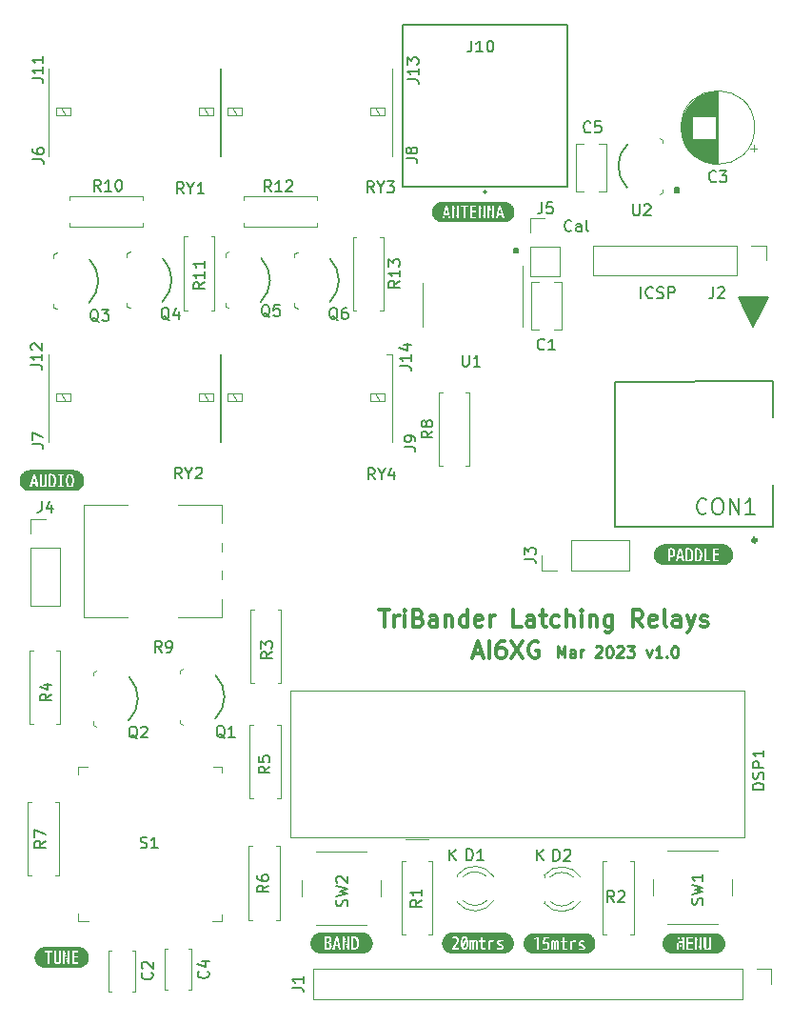
<source format=gbr>
%TF.GenerationSoftware,KiCad,Pcbnew,(6.0.7)*%
%TF.CreationDate,2023-03-08T11:17:01-08:00*%
%TF.ProjectId,Relay_LED,52656c61-795f-44c4-9544-2e6b69636164,rev?*%
%TF.SameCoordinates,Original*%
%TF.FileFunction,Legend,Top*%
%TF.FilePolarity,Positive*%
%FSLAX46Y46*%
G04 Gerber Fmt 4.6, Leading zero omitted, Abs format (unit mm)*
G04 Created by KiCad (PCBNEW (6.0.7)) date 2023-03-08 11:17:01*
%MOMM*%
%LPD*%
G01*
G04 APERTURE LIST*
%ADD10C,0.150000*%
%ADD11C,0.300000*%
%ADD12C,0.250000*%
%ADD13C,0.200000*%
%ADD14C,0.100000*%
%ADD15C,0.120000*%
%ADD16C,0.127000*%
%ADD17C,0.340000*%
G04 APERTURE END LIST*
D10*
X96663095Y-124377380D02*
X96663095Y-123377380D01*
X97234523Y-124377380D02*
X96805952Y-123805952D01*
X97234523Y-123377380D02*
X96663095Y-123948809D01*
X88913095Y-124377380D02*
X88913095Y-123377380D01*
X89484523Y-124377380D02*
X89055952Y-123805952D01*
X89484523Y-123377380D02*
X88913095Y-123948809D01*
X108925000Y-64612500D02*
X109275000Y-64612500D01*
X109275000Y-64612500D02*
X109275000Y-64987500D01*
X109275000Y-64987500D02*
X108925000Y-64987500D01*
X108925000Y-64987500D02*
X108925000Y-64612500D01*
G36*
X108925000Y-64612500D02*
G01*
X109275000Y-64612500D01*
X109275000Y-64987500D01*
X108925000Y-64987500D01*
X108925000Y-64612500D01*
G37*
X94625000Y-69950000D02*
X94975000Y-69950000D01*
X94975000Y-69950000D02*
X94975000Y-70325000D01*
X94975000Y-70325000D02*
X94625000Y-70325000D01*
X94625000Y-70325000D02*
X94625000Y-69950000D01*
G36*
X94625000Y-69950000D02*
G01*
X94975000Y-69950000D01*
X94975000Y-70325000D01*
X94625000Y-70325000D01*
X94625000Y-69950000D01*
G37*
G36*
X115900000Y-76900000D02*
G01*
X114600000Y-74350000D01*
X117275000Y-74325000D01*
X115900000Y-76900000D01*
G37*
X115900000Y-76900000D02*
X114600000Y-74350000D01*
X117275000Y-74325000D01*
X115900000Y-76900000D01*
D11*
X91057142Y-105950000D02*
X91771428Y-105950000D01*
X90914285Y-106378571D02*
X91414285Y-104878571D01*
X91914285Y-106378571D01*
X92414285Y-106378571D02*
X92414285Y-104878571D01*
X93771428Y-104878571D02*
X93485714Y-104878571D01*
X93342857Y-104950000D01*
X93271428Y-105021428D01*
X93128571Y-105235714D01*
X93057142Y-105521428D01*
X93057142Y-106092857D01*
X93128571Y-106235714D01*
X93200000Y-106307142D01*
X93342857Y-106378571D01*
X93628571Y-106378571D01*
X93771428Y-106307142D01*
X93842857Y-106235714D01*
X93914285Y-106092857D01*
X93914285Y-105735714D01*
X93842857Y-105592857D01*
X93771428Y-105521428D01*
X93628571Y-105450000D01*
X93342857Y-105450000D01*
X93200000Y-105521428D01*
X93128571Y-105592857D01*
X93057142Y-105735714D01*
X94414285Y-104878571D02*
X95414285Y-106378571D01*
X95414285Y-104878571D02*
X94414285Y-106378571D01*
X96771428Y-104950000D02*
X96628571Y-104878571D01*
X96414285Y-104878571D01*
X96200000Y-104950000D01*
X96057142Y-105092857D01*
X95985714Y-105235714D01*
X95914285Y-105521428D01*
X95914285Y-105735714D01*
X95985714Y-106021428D01*
X96057142Y-106164285D01*
X96200000Y-106307142D01*
X96414285Y-106378571D01*
X96557142Y-106378571D01*
X96771428Y-106307142D01*
X96842857Y-106235714D01*
X96842857Y-105735714D01*
X96557142Y-105735714D01*
D12*
X98491666Y-106327380D02*
X98491666Y-105327380D01*
X98825000Y-106041666D01*
X99158333Y-105327380D01*
X99158333Y-106327380D01*
X100063095Y-106327380D02*
X100063095Y-105803571D01*
X100015476Y-105708333D01*
X99920238Y-105660714D01*
X99729761Y-105660714D01*
X99634523Y-105708333D01*
X100063095Y-106279761D02*
X99967857Y-106327380D01*
X99729761Y-106327380D01*
X99634523Y-106279761D01*
X99586904Y-106184523D01*
X99586904Y-106089285D01*
X99634523Y-105994047D01*
X99729761Y-105946428D01*
X99967857Y-105946428D01*
X100063095Y-105898809D01*
X100539285Y-106327380D02*
X100539285Y-105660714D01*
X100539285Y-105851190D02*
X100586904Y-105755952D01*
X100634523Y-105708333D01*
X100729761Y-105660714D01*
X100825000Y-105660714D01*
X101872619Y-105422619D02*
X101920238Y-105375000D01*
X102015476Y-105327380D01*
X102253571Y-105327380D01*
X102348809Y-105375000D01*
X102396428Y-105422619D01*
X102444047Y-105517857D01*
X102444047Y-105613095D01*
X102396428Y-105755952D01*
X101825000Y-106327380D01*
X102444047Y-106327380D01*
X103063095Y-105327380D02*
X103158333Y-105327380D01*
X103253571Y-105375000D01*
X103301190Y-105422619D01*
X103348809Y-105517857D01*
X103396428Y-105708333D01*
X103396428Y-105946428D01*
X103348809Y-106136904D01*
X103301190Y-106232142D01*
X103253571Y-106279761D01*
X103158333Y-106327380D01*
X103063095Y-106327380D01*
X102967857Y-106279761D01*
X102920238Y-106232142D01*
X102872619Y-106136904D01*
X102825000Y-105946428D01*
X102825000Y-105708333D01*
X102872619Y-105517857D01*
X102920238Y-105422619D01*
X102967857Y-105375000D01*
X103063095Y-105327380D01*
X103777380Y-105422619D02*
X103825000Y-105375000D01*
X103920238Y-105327380D01*
X104158333Y-105327380D01*
X104253571Y-105375000D01*
X104301190Y-105422619D01*
X104348809Y-105517857D01*
X104348809Y-105613095D01*
X104301190Y-105755952D01*
X103729761Y-106327380D01*
X104348809Y-106327380D01*
X104682142Y-105327380D02*
X105301190Y-105327380D01*
X104967857Y-105708333D01*
X105110714Y-105708333D01*
X105205952Y-105755952D01*
X105253571Y-105803571D01*
X105301190Y-105898809D01*
X105301190Y-106136904D01*
X105253571Y-106232142D01*
X105205952Y-106279761D01*
X105110714Y-106327380D01*
X104825000Y-106327380D01*
X104729761Y-106279761D01*
X104682142Y-106232142D01*
X106396428Y-105660714D02*
X106634523Y-106327380D01*
X106872619Y-105660714D01*
X107777380Y-106327380D02*
X107205952Y-106327380D01*
X107491666Y-106327380D02*
X107491666Y-105327380D01*
X107396428Y-105470238D01*
X107301190Y-105565476D01*
X107205952Y-105613095D01*
X108205952Y-106232142D02*
X108253571Y-106279761D01*
X108205952Y-106327380D01*
X108158333Y-106279761D01*
X108205952Y-106232142D01*
X108205952Y-106327380D01*
X108872619Y-105327380D02*
X108967857Y-105327380D01*
X109063095Y-105375000D01*
X109110714Y-105422619D01*
X109158333Y-105517857D01*
X109205952Y-105708333D01*
X109205952Y-105946428D01*
X109158333Y-106136904D01*
X109110714Y-106232142D01*
X109063095Y-106279761D01*
X108967857Y-106327380D01*
X108872619Y-106327380D01*
X108777380Y-106279761D01*
X108729761Y-106232142D01*
X108682142Y-106136904D01*
X108634523Y-105946428D01*
X108634523Y-105708333D01*
X108682142Y-105517857D01*
X108729761Y-105422619D01*
X108777380Y-105375000D01*
X108872619Y-105327380D01*
D10*
X105923809Y-74402380D02*
X105923809Y-73402380D01*
X106971428Y-74307142D02*
X106923809Y-74354761D01*
X106780952Y-74402380D01*
X106685714Y-74402380D01*
X106542857Y-74354761D01*
X106447619Y-74259523D01*
X106400000Y-74164285D01*
X106352380Y-73973809D01*
X106352380Y-73830952D01*
X106400000Y-73640476D01*
X106447619Y-73545238D01*
X106542857Y-73450000D01*
X106685714Y-73402380D01*
X106780952Y-73402380D01*
X106923809Y-73450000D01*
X106971428Y-73497619D01*
X107352380Y-74354761D02*
X107495238Y-74402380D01*
X107733333Y-74402380D01*
X107828571Y-74354761D01*
X107876190Y-74307142D01*
X107923809Y-74211904D01*
X107923809Y-74116666D01*
X107876190Y-74021428D01*
X107828571Y-73973809D01*
X107733333Y-73926190D01*
X107542857Y-73878571D01*
X107447619Y-73830952D01*
X107400000Y-73783333D01*
X107352380Y-73688095D01*
X107352380Y-73592857D01*
X107400000Y-73497619D01*
X107447619Y-73450000D01*
X107542857Y-73402380D01*
X107780952Y-73402380D01*
X107923809Y-73450000D01*
X108352380Y-74402380D02*
X108352380Y-73402380D01*
X108733333Y-73402380D01*
X108828571Y-73450000D01*
X108876190Y-73497619D01*
X108923809Y-73592857D01*
X108923809Y-73735714D01*
X108876190Y-73830952D01*
X108828571Y-73878571D01*
X108733333Y-73926190D01*
X108352380Y-73926190D01*
D13*
X99745238Y-68357142D02*
X99697619Y-68404761D01*
X99554761Y-68452380D01*
X99459523Y-68452380D01*
X99316666Y-68404761D01*
X99221428Y-68309523D01*
X99173809Y-68214285D01*
X99126190Y-68023809D01*
X99126190Y-67880952D01*
X99173809Y-67690476D01*
X99221428Y-67595238D01*
X99316666Y-67500000D01*
X99459523Y-67452380D01*
X99554761Y-67452380D01*
X99697619Y-67500000D01*
X99745238Y-67547619D01*
X100602380Y-68452380D02*
X100602380Y-67928571D01*
X100554761Y-67833333D01*
X100459523Y-67785714D01*
X100269047Y-67785714D01*
X100173809Y-67833333D01*
X100602380Y-68404761D02*
X100507142Y-68452380D01*
X100269047Y-68452380D01*
X100173809Y-68404761D01*
X100126190Y-68309523D01*
X100126190Y-68214285D01*
X100173809Y-68119047D01*
X100269047Y-68071428D01*
X100507142Y-68071428D01*
X100602380Y-68023809D01*
X101221428Y-68452380D02*
X101126190Y-68404761D01*
X101078571Y-68309523D01*
X101078571Y-67452380D01*
D11*
X82646428Y-102103571D02*
X83503571Y-102103571D01*
X83075000Y-103603571D02*
X83075000Y-102103571D01*
X84003571Y-103603571D02*
X84003571Y-102603571D01*
X84003571Y-102889285D02*
X84075000Y-102746428D01*
X84146428Y-102675000D01*
X84289285Y-102603571D01*
X84432142Y-102603571D01*
X84932142Y-103603571D02*
X84932142Y-102603571D01*
X84932142Y-102103571D02*
X84860714Y-102175000D01*
X84932142Y-102246428D01*
X85003571Y-102175000D01*
X84932142Y-102103571D01*
X84932142Y-102246428D01*
X86146428Y-102817857D02*
X86360714Y-102889285D01*
X86432142Y-102960714D01*
X86503571Y-103103571D01*
X86503571Y-103317857D01*
X86432142Y-103460714D01*
X86360714Y-103532142D01*
X86217857Y-103603571D01*
X85646428Y-103603571D01*
X85646428Y-102103571D01*
X86146428Y-102103571D01*
X86289285Y-102175000D01*
X86360714Y-102246428D01*
X86432142Y-102389285D01*
X86432142Y-102532142D01*
X86360714Y-102675000D01*
X86289285Y-102746428D01*
X86146428Y-102817857D01*
X85646428Y-102817857D01*
X87789285Y-103603571D02*
X87789285Y-102817857D01*
X87717857Y-102675000D01*
X87575000Y-102603571D01*
X87289285Y-102603571D01*
X87146428Y-102675000D01*
X87789285Y-103532142D02*
X87646428Y-103603571D01*
X87289285Y-103603571D01*
X87146428Y-103532142D01*
X87075000Y-103389285D01*
X87075000Y-103246428D01*
X87146428Y-103103571D01*
X87289285Y-103032142D01*
X87646428Y-103032142D01*
X87789285Y-102960714D01*
X88503571Y-102603571D02*
X88503571Y-103603571D01*
X88503571Y-102746428D02*
X88575000Y-102675000D01*
X88717857Y-102603571D01*
X88932142Y-102603571D01*
X89075000Y-102675000D01*
X89146428Y-102817857D01*
X89146428Y-103603571D01*
X90503571Y-103603571D02*
X90503571Y-102103571D01*
X90503571Y-103532142D02*
X90360714Y-103603571D01*
X90075000Y-103603571D01*
X89932142Y-103532142D01*
X89860714Y-103460714D01*
X89789285Y-103317857D01*
X89789285Y-102889285D01*
X89860714Y-102746428D01*
X89932142Y-102675000D01*
X90075000Y-102603571D01*
X90360714Y-102603571D01*
X90503571Y-102675000D01*
X91789285Y-103532142D02*
X91646428Y-103603571D01*
X91360714Y-103603571D01*
X91217857Y-103532142D01*
X91146428Y-103389285D01*
X91146428Y-102817857D01*
X91217857Y-102675000D01*
X91360714Y-102603571D01*
X91646428Y-102603571D01*
X91789285Y-102675000D01*
X91860714Y-102817857D01*
X91860714Y-102960714D01*
X91146428Y-103103571D01*
X92503571Y-103603571D02*
X92503571Y-102603571D01*
X92503571Y-102889285D02*
X92575000Y-102746428D01*
X92646428Y-102675000D01*
X92789285Y-102603571D01*
X92932142Y-102603571D01*
X95289285Y-103603571D02*
X94575000Y-103603571D01*
X94575000Y-102103571D01*
X96432142Y-103603571D02*
X96432142Y-102817857D01*
X96360714Y-102675000D01*
X96217857Y-102603571D01*
X95932142Y-102603571D01*
X95789285Y-102675000D01*
X96432142Y-103532142D02*
X96289285Y-103603571D01*
X95932142Y-103603571D01*
X95789285Y-103532142D01*
X95717857Y-103389285D01*
X95717857Y-103246428D01*
X95789285Y-103103571D01*
X95932142Y-103032142D01*
X96289285Y-103032142D01*
X96432142Y-102960714D01*
X96932142Y-102603571D02*
X97503571Y-102603571D01*
X97146428Y-102103571D02*
X97146428Y-103389285D01*
X97217857Y-103532142D01*
X97360714Y-103603571D01*
X97503571Y-103603571D01*
X98646428Y-103532142D02*
X98503571Y-103603571D01*
X98217857Y-103603571D01*
X98075000Y-103532142D01*
X98003571Y-103460714D01*
X97932142Y-103317857D01*
X97932142Y-102889285D01*
X98003571Y-102746428D01*
X98075000Y-102675000D01*
X98217857Y-102603571D01*
X98503571Y-102603571D01*
X98646428Y-102675000D01*
X99289285Y-103603571D02*
X99289285Y-102103571D01*
X99932142Y-103603571D02*
X99932142Y-102817857D01*
X99860714Y-102675000D01*
X99717857Y-102603571D01*
X99503571Y-102603571D01*
X99360714Y-102675000D01*
X99289285Y-102746428D01*
X100646428Y-103603571D02*
X100646428Y-102603571D01*
X100646428Y-102103571D02*
X100575000Y-102175000D01*
X100646428Y-102246428D01*
X100717857Y-102175000D01*
X100646428Y-102103571D01*
X100646428Y-102246428D01*
X101360714Y-102603571D02*
X101360714Y-103603571D01*
X101360714Y-102746428D02*
X101432142Y-102675000D01*
X101575000Y-102603571D01*
X101789285Y-102603571D01*
X101932142Y-102675000D01*
X102003571Y-102817857D01*
X102003571Y-103603571D01*
X103360714Y-102603571D02*
X103360714Y-103817857D01*
X103289285Y-103960714D01*
X103217857Y-104032142D01*
X103075000Y-104103571D01*
X102860714Y-104103571D01*
X102717857Y-104032142D01*
X103360714Y-103532142D02*
X103217857Y-103603571D01*
X102932142Y-103603571D01*
X102789285Y-103532142D01*
X102717857Y-103460714D01*
X102646428Y-103317857D01*
X102646428Y-102889285D01*
X102717857Y-102746428D01*
X102789285Y-102675000D01*
X102932142Y-102603571D01*
X103217857Y-102603571D01*
X103360714Y-102675000D01*
X106075000Y-103603571D02*
X105575000Y-102889285D01*
X105217857Y-103603571D02*
X105217857Y-102103571D01*
X105789285Y-102103571D01*
X105932142Y-102175000D01*
X106003571Y-102246428D01*
X106075000Y-102389285D01*
X106075000Y-102603571D01*
X106003571Y-102746428D01*
X105932142Y-102817857D01*
X105789285Y-102889285D01*
X105217857Y-102889285D01*
X107289285Y-103532142D02*
X107146428Y-103603571D01*
X106860714Y-103603571D01*
X106717857Y-103532142D01*
X106646428Y-103389285D01*
X106646428Y-102817857D01*
X106717857Y-102675000D01*
X106860714Y-102603571D01*
X107146428Y-102603571D01*
X107289285Y-102675000D01*
X107360714Y-102817857D01*
X107360714Y-102960714D01*
X106646428Y-103103571D01*
X108217857Y-103603571D02*
X108075000Y-103532142D01*
X108003571Y-103389285D01*
X108003571Y-102103571D01*
X109432142Y-103603571D02*
X109432142Y-102817857D01*
X109360714Y-102675000D01*
X109217857Y-102603571D01*
X108932142Y-102603571D01*
X108789285Y-102675000D01*
X109432142Y-103532142D02*
X109289285Y-103603571D01*
X108932142Y-103603571D01*
X108789285Y-103532142D01*
X108717857Y-103389285D01*
X108717857Y-103246428D01*
X108789285Y-103103571D01*
X108932142Y-103032142D01*
X109289285Y-103032142D01*
X109432142Y-102960714D01*
X110003571Y-102603571D02*
X110360714Y-103603571D01*
X110717857Y-102603571D02*
X110360714Y-103603571D01*
X110217857Y-103960714D01*
X110146428Y-104032142D01*
X110003571Y-104103571D01*
X111217857Y-103532142D02*
X111360714Y-103603571D01*
X111646428Y-103603571D01*
X111789285Y-103532142D01*
X111860714Y-103389285D01*
X111860714Y-103317857D01*
X111789285Y-103175000D01*
X111646428Y-103103571D01*
X111432142Y-103103571D01*
X111289285Y-103032142D01*
X111217857Y-102889285D01*
X111217857Y-102817857D01*
X111289285Y-102675000D01*
X111432142Y-102603571D01*
X111646428Y-102603571D01*
X111789285Y-102675000D01*
D10*
%TO.C,S1*%
X61413095Y-123229761D02*
X61555952Y-123277380D01*
X61794047Y-123277380D01*
X61889285Y-123229761D01*
X61936904Y-123182142D01*
X61984523Y-123086904D01*
X61984523Y-122991666D01*
X61936904Y-122896428D01*
X61889285Y-122848809D01*
X61794047Y-122801190D01*
X61603571Y-122753571D01*
X61508333Y-122705952D01*
X61460714Y-122658333D01*
X61413095Y-122563095D01*
X61413095Y-122467857D01*
X61460714Y-122372619D01*
X61508333Y-122325000D01*
X61603571Y-122277380D01*
X61841666Y-122277380D01*
X61984523Y-122325000D01*
X62936904Y-123277380D02*
X62365476Y-123277380D01*
X62651190Y-123277380D02*
X62651190Y-122277380D01*
X62555952Y-122420238D01*
X62460714Y-122515476D01*
X62365476Y-122563095D01*
%TO.C,U1*%
X90038095Y-79452380D02*
X90038095Y-80261904D01*
X90085714Y-80357142D01*
X90133333Y-80404761D01*
X90228571Y-80452380D01*
X90419047Y-80452380D01*
X90514285Y-80404761D01*
X90561904Y-80357142D01*
X90609523Y-80261904D01*
X90609523Y-79452380D01*
X91609523Y-80452380D02*
X91038095Y-80452380D01*
X91323809Y-80452380D02*
X91323809Y-79452380D01*
X91228571Y-79595238D01*
X91133333Y-79690476D01*
X91038095Y-79738095D01*
%TO.C,R3*%
X73127380Y-105841666D02*
X72651190Y-106175000D01*
X73127380Y-106413095D02*
X72127380Y-106413095D01*
X72127380Y-106032142D01*
X72175000Y-105936904D01*
X72222619Y-105889285D01*
X72317857Y-105841666D01*
X72460714Y-105841666D01*
X72555952Y-105889285D01*
X72603571Y-105936904D01*
X72651190Y-106032142D01*
X72651190Y-106413095D01*
X72127380Y-105508333D02*
X72127380Y-104889285D01*
X72508333Y-105222619D01*
X72508333Y-105079761D01*
X72555952Y-104984523D01*
X72603571Y-104936904D01*
X72698809Y-104889285D01*
X72936904Y-104889285D01*
X73032142Y-104936904D01*
X73079761Y-104984523D01*
X73127380Y-105079761D01*
X73127380Y-105365476D01*
X73079761Y-105460714D01*
X73032142Y-105508333D01*
%TO.C,R9*%
X63283333Y-105877380D02*
X62950000Y-105401190D01*
X62711904Y-105877380D02*
X62711904Y-104877380D01*
X63092857Y-104877380D01*
X63188095Y-104925000D01*
X63235714Y-104972619D01*
X63283333Y-105067857D01*
X63283333Y-105210714D01*
X63235714Y-105305952D01*
X63188095Y-105353571D01*
X63092857Y-105401190D01*
X62711904Y-105401190D01*
X63759523Y-105877380D02*
X63950000Y-105877380D01*
X64045238Y-105829761D01*
X64092857Y-105782142D01*
X64188095Y-105639285D01*
X64235714Y-105448809D01*
X64235714Y-105067857D01*
X64188095Y-104972619D01*
X64140476Y-104925000D01*
X64045238Y-104877380D01*
X63854761Y-104877380D01*
X63759523Y-104925000D01*
X63711904Y-104972619D01*
X63664285Y-105067857D01*
X63664285Y-105305952D01*
X63711904Y-105401190D01*
X63759523Y-105448809D01*
X63854761Y-105496428D01*
X64045238Y-105496428D01*
X64140476Y-105448809D01*
X64188095Y-105401190D01*
X64235714Y-105305952D01*
%TO.C,CON1*%
X111748221Y-93475523D02*
X111681484Y-93542259D01*
X111481275Y-93608996D01*
X111347802Y-93608996D01*
X111147593Y-93542259D01*
X111014120Y-93408786D01*
X110947383Y-93275313D01*
X110880647Y-93008368D01*
X110880647Y-92808158D01*
X110947383Y-92541213D01*
X111014120Y-92407740D01*
X111147593Y-92274267D01*
X111347802Y-92207531D01*
X111481275Y-92207531D01*
X111681484Y-92274267D01*
X111748221Y-92341003D01*
X112615794Y-92207531D02*
X112882740Y-92207531D01*
X113016213Y-92274267D01*
X113149686Y-92407740D01*
X113216422Y-92674686D01*
X113216422Y-93141841D01*
X113149686Y-93408786D01*
X113016213Y-93542259D01*
X112882740Y-93608996D01*
X112615794Y-93608996D01*
X112482321Y-93542259D01*
X112348848Y-93408786D01*
X112282112Y-93141841D01*
X112282112Y-92674686D01*
X112348848Y-92407740D01*
X112482321Y-92274267D01*
X112615794Y-92207531D01*
X113817050Y-93608996D02*
X113817050Y-92207531D01*
X114617887Y-93608996D01*
X114617887Y-92207531D01*
X116019352Y-93608996D02*
X115218515Y-93608996D01*
X115618933Y-93608996D02*
X115618933Y-92207531D01*
X115485461Y-92407740D01*
X115351988Y-92541213D01*
X115218515Y-92607949D01*
%TO.C,J7*%
X51752380Y-87383333D02*
X52466666Y-87383333D01*
X52609523Y-87430952D01*
X52704761Y-87526190D01*
X52752380Y-87669047D01*
X52752380Y-87764285D01*
X51752380Y-87002380D02*
X51752380Y-86335714D01*
X52752380Y-86764285D01*
%TO.C,C5*%
X101433333Y-59582142D02*
X101385714Y-59629761D01*
X101242857Y-59677380D01*
X101147619Y-59677380D01*
X101004761Y-59629761D01*
X100909523Y-59534523D01*
X100861904Y-59439285D01*
X100814285Y-59248809D01*
X100814285Y-59105952D01*
X100861904Y-58915476D01*
X100909523Y-58820238D01*
X101004761Y-58725000D01*
X101147619Y-58677380D01*
X101242857Y-58677380D01*
X101385714Y-58725000D01*
X101433333Y-58772619D01*
X102338095Y-58677380D02*
X101861904Y-58677380D01*
X101814285Y-59153571D01*
X101861904Y-59105952D01*
X101957142Y-59058333D01*
X102195238Y-59058333D01*
X102290476Y-59105952D01*
X102338095Y-59153571D01*
X102385714Y-59248809D01*
X102385714Y-59486904D01*
X102338095Y-59582142D01*
X102290476Y-59629761D01*
X102195238Y-59677380D01*
X101957142Y-59677380D01*
X101861904Y-59629761D01*
X101814285Y-59582142D01*
%TO.C,J13*%
X85127380Y-54959523D02*
X85841666Y-54959523D01*
X85984523Y-55007142D01*
X86079761Y-55102380D01*
X86127380Y-55245238D01*
X86127380Y-55340476D01*
X86127380Y-53959523D02*
X86127380Y-54530952D01*
X86127380Y-54245238D02*
X85127380Y-54245238D01*
X85270238Y-54340476D01*
X85365476Y-54435714D01*
X85413095Y-54530952D01*
X85127380Y-53626190D02*
X85127380Y-53007142D01*
X85508333Y-53340476D01*
X85508333Y-53197619D01*
X85555952Y-53102380D01*
X85603571Y-53054761D01*
X85698809Y-53007142D01*
X85936904Y-53007142D01*
X86032142Y-53054761D01*
X86079761Y-53102380D01*
X86127380Y-53197619D01*
X86127380Y-53483333D01*
X86079761Y-53578571D01*
X86032142Y-53626190D01*
%TO.C,J1*%
X74877380Y-135683333D02*
X75591666Y-135683333D01*
X75734523Y-135730952D01*
X75829761Y-135826190D01*
X75877380Y-135969047D01*
X75877380Y-136064285D01*
X75877380Y-134683333D02*
X75877380Y-135254761D01*
X75877380Y-134969047D02*
X74877380Y-134969047D01*
X75020238Y-135064285D01*
X75115476Y-135159523D01*
X75163095Y-135254761D01*
%TO.C,R10*%
X57857142Y-64877380D02*
X57523809Y-64401190D01*
X57285714Y-64877380D02*
X57285714Y-63877380D01*
X57666666Y-63877380D01*
X57761904Y-63925000D01*
X57809523Y-63972619D01*
X57857142Y-64067857D01*
X57857142Y-64210714D01*
X57809523Y-64305952D01*
X57761904Y-64353571D01*
X57666666Y-64401190D01*
X57285714Y-64401190D01*
X58809523Y-64877380D02*
X58238095Y-64877380D01*
X58523809Y-64877380D02*
X58523809Y-63877380D01*
X58428571Y-64020238D01*
X58333333Y-64115476D01*
X58238095Y-64163095D01*
X59428571Y-63877380D02*
X59523809Y-63877380D01*
X59619047Y-63925000D01*
X59666666Y-63972619D01*
X59714285Y-64067857D01*
X59761904Y-64258333D01*
X59761904Y-64496428D01*
X59714285Y-64686904D01*
X59666666Y-64782142D01*
X59619047Y-64829761D01*
X59523809Y-64877380D01*
X59428571Y-64877380D01*
X59333333Y-64829761D01*
X59285714Y-64782142D01*
X59238095Y-64686904D01*
X59190476Y-64496428D01*
X59190476Y-64258333D01*
X59238095Y-64067857D01*
X59285714Y-63972619D01*
X59333333Y-63925000D01*
X59428571Y-63877380D01*
%TO.C,RY2*%
X65079761Y-90427380D02*
X64746428Y-89951190D01*
X64508333Y-90427380D02*
X64508333Y-89427380D01*
X64889285Y-89427380D01*
X64984523Y-89475000D01*
X65032142Y-89522619D01*
X65079761Y-89617857D01*
X65079761Y-89760714D01*
X65032142Y-89855952D01*
X64984523Y-89903571D01*
X64889285Y-89951190D01*
X64508333Y-89951190D01*
X65698809Y-89951190D02*
X65698809Y-90427380D01*
X65365476Y-89427380D02*
X65698809Y-89951190D01*
X66032142Y-89427380D01*
X66317857Y-89522619D02*
X66365476Y-89475000D01*
X66460714Y-89427380D01*
X66698809Y-89427380D01*
X66794047Y-89475000D01*
X66841666Y-89522619D01*
X66889285Y-89617857D01*
X66889285Y-89713095D01*
X66841666Y-89855952D01*
X66270238Y-90427380D01*
X66889285Y-90427380D01*
%TO.C,J2*%
X112341666Y-73402380D02*
X112341666Y-74116666D01*
X112294047Y-74259523D01*
X112198809Y-74354761D01*
X112055952Y-74402380D01*
X111960714Y-74402380D01*
X112770238Y-73497619D02*
X112817857Y-73450000D01*
X112913095Y-73402380D01*
X113151190Y-73402380D01*
X113246428Y-73450000D01*
X113294047Y-73497619D01*
X113341666Y-73592857D01*
X113341666Y-73688095D01*
X113294047Y-73830952D01*
X112722619Y-74402380D01*
X113341666Y-74402380D01*
%TO.C,R8*%
X87382380Y-86216666D02*
X86906190Y-86550000D01*
X87382380Y-86788095D02*
X86382380Y-86788095D01*
X86382380Y-86407142D01*
X86430000Y-86311904D01*
X86477619Y-86264285D01*
X86572857Y-86216666D01*
X86715714Y-86216666D01*
X86810952Y-86264285D01*
X86858571Y-86311904D01*
X86906190Y-86407142D01*
X86906190Y-86788095D01*
X86810952Y-85645238D02*
X86763333Y-85740476D01*
X86715714Y-85788095D01*
X86620476Y-85835714D01*
X86572857Y-85835714D01*
X86477619Y-85788095D01*
X86430000Y-85740476D01*
X86382380Y-85645238D01*
X86382380Y-85454761D01*
X86430000Y-85359523D01*
X86477619Y-85311904D01*
X86572857Y-85264285D01*
X86620476Y-85264285D01*
X86715714Y-85311904D01*
X86763333Y-85359523D01*
X86810952Y-85454761D01*
X86810952Y-85645238D01*
X86858571Y-85740476D01*
X86906190Y-85788095D01*
X87001428Y-85835714D01*
X87191904Y-85835714D01*
X87287142Y-85788095D01*
X87334761Y-85740476D01*
X87382380Y-85645238D01*
X87382380Y-85454761D01*
X87334761Y-85359523D01*
X87287142Y-85311904D01*
X87191904Y-85264285D01*
X87001428Y-85264285D01*
X86906190Y-85311904D01*
X86858571Y-85359523D01*
X86810952Y-85454761D01*
%TO.C,J12*%
X51652380Y-80359523D02*
X52366666Y-80359523D01*
X52509523Y-80407142D01*
X52604761Y-80502380D01*
X52652380Y-80645238D01*
X52652380Y-80740476D01*
X52652380Y-79359523D02*
X52652380Y-79930952D01*
X52652380Y-79645238D02*
X51652380Y-79645238D01*
X51795238Y-79740476D01*
X51890476Y-79835714D01*
X51938095Y-79930952D01*
X51747619Y-78978571D02*
X51700000Y-78930952D01*
X51652380Y-78835714D01*
X51652380Y-78597619D01*
X51700000Y-78502380D01*
X51747619Y-78454761D01*
X51842857Y-78407142D01*
X51938095Y-78407142D01*
X52080952Y-78454761D01*
X52652380Y-79026190D01*
X52652380Y-78407142D01*
%TO.C,J8*%
X85027380Y-61983333D02*
X85741666Y-61983333D01*
X85884523Y-62030952D01*
X85979761Y-62126190D01*
X86027380Y-62269047D01*
X86027380Y-62364285D01*
X85455952Y-61364285D02*
X85408333Y-61459523D01*
X85360714Y-61507142D01*
X85265476Y-61554761D01*
X85217857Y-61554761D01*
X85122619Y-61507142D01*
X85075000Y-61459523D01*
X85027380Y-61364285D01*
X85027380Y-61173809D01*
X85075000Y-61078571D01*
X85122619Y-61030952D01*
X85217857Y-60983333D01*
X85265476Y-60983333D01*
X85360714Y-61030952D01*
X85408333Y-61078571D01*
X85455952Y-61173809D01*
X85455952Y-61364285D01*
X85503571Y-61459523D01*
X85551190Y-61507142D01*
X85646428Y-61554761D01*
X85836904Y-61554761D01*
X85932142Y-61507142D01*
X85979761Y-61459523D01*
X86027380Y-61364285D01*
X86027380Y-61173809D01*
X85979761Y-61078571D01*
X85932142Y-61030952D01*
X85836904Y-60983333D01*
X85646428Y-60983333D01*
X85551190Y-61030952D01*
X85503571Y-61078571D01*
X85455952Y-61173809D01*
%TO.C,R13*%
X84472380Y-72852857D02*
X83996190Y-73186190D01*
X84472380Y-73424285D02*
X83472380Y-73424285D01*
X83472380Y-73043333D01*
X83520000Y-72948095D01*
X83567619Y-72900476D01*
X83662857Y-72852857D01*
X83805714Y-72852857D01*
X83900952Y-72900476D01*
X83948571Y-72948095D01*
X83996190Y-73043333D01*
X83996190Y-73424285D01*
X84472380Y-71900476D02*
X84472380Y-72471904D01*
X84472380Y-72186190D02*
X83472380Y-72186190D01*
X83615238Y-72281428D01*
X83710476Y-72376666D01*
X83758095Y-72471904D01*
X83472380Y-71567142D02*
X83472380Y-70948095D01*
X83853333Y-71281428D01*
X83853333Y-71138571D01*
X83900952Y-71043333D01*
X83948571Y-70995714D01*
X84043809Y-70948095D01*
X84281904Y-70948095D01*
X84377142Y-70995714D01*
X84424761Y-71043333D01*
X84472380Y-71138571D01*
X84472380Y-71424285D01*
X84424761Y-71519523D01*
X84377142Y-71567142D01*
%TO.C,R4*%
X53477380Y-109591666D02*
X53001190Y-109925000D01*
X53477380Y-110163095D02*
X52477380Y-110163095D01*
X52477380Y-109782142D01*
X52525000Y-109686904D01*
X52572619Y-109639285D01*
X52667857Y-109591666D01*
X52810714Y-109591666D01*
X52905952Y-109639285D01*
X52953571Y-109686904D01*
X53001190Y-109782142D01*
X53001190Y-110163095D01*
X52810714Y-108734523D02*
X53477380Y-108734523D01*
X52429761Y-108972619D02*
X53144047Y-109210714D01*
X53144047Y-108591666D01*
%TO.C,J5*%
X97091666Y-65877380D02*
X97091666Y-66591666D01*
X97044047Y-66734523D01*
X96948809Y-66829761D01*
X96805952Y-66877380D01*
X96710714Y-66877380D01*
X98044047Y-65877380D02*
X97567857Y-65877380D01*
X97520238Y-66353571D01*
X97567857Y-66305952D01*
X97663095Y-66258333D01*
X97901190Y-66258333D01*
X97996428Y-66305952D01*
X98044047Y-66353571D01*
X98091666Y-66448809D01*
X98091666Y-66686904D01*
X98044047Y-66782142D01*
X97996428Y-66829761D01*
X97901190Y-66877380D01*
X97663095Y-66877380D01*
X97567857Y-66829761D01*
X97520238Y-66782142D01*
%TO.C,Q2*%
X61129761Y-113547619D02*
X61034523Y-113500000D01*
X60939285Y-113404761D01*
X60796428Y-113261904D01*
X60701190Y-113214285D01*
X60605952Y-113214285D01*
X60653571Y-113452380D02*
X60558333Y-113404761D01*
X60463095Y-113309523D01*
X60415476Y-113119047D01*
X60415476Y-112785714D01*
X60463095Y-112595238D01*
X60558333Y-112500000D01*
X60653571Y-112452380D01*
X60844047Y-112452380D01*
X60939285Y-112500000D01*
X61034523Y-112595238D01*
X61082142Y-112785714D01*
X61082142Y-113119047D01*
X61034523Y-113309523D01*
X60939285Y-113404761D01*
X60844047Y-113452380D01*
X60653571Y-113452380D01*
X61463095Y-112547619D02*
X61510714Y-112500000D01*
X61605952Y-112452380D01*
X61844047Y-112452380D01*
X61939285Y-112500000D01*
X61986904Y-112547619D01*
X62034523Y-112642857D01*
X62034523Y-112738095D01*
X61986904Y-112880952D01*
X61415476Y-113452380D01*
X62034523Y-113452380D01*
%TO.C,C3*%
X112590713Y-63982142D02*
X112543094Y-64029761D01*
X112400237Y-64077380D01*
X112304999Y-64077380D01*
X112162141Y-64029761D01*
X112066903Y-63934523D01*
X112019284Y-63839285D01*
X111971665Y-63648809D01*
X111971665Y-63505952D01*
X112019284Y-63315476D01*
X112066903Y-63220238D01*
X112162141Y-63125000D01*
X112304999Y-63077380D01*
X112400237Y-63077380D01*
X112543094Y-63125000D01*
X112590713Y-63172619D01*
X112924046Y-63077380D02*
X113543094Y-63077380D01*
X113209760Y-63458333D01*
X113352618Y-63458333D01*
X113447856Y-63505952D01*
X113495475Y-63553571D01*
X113543094Y-63648809D01*
X113543094Y-63886904D01*
X113495475Y-63982142D01*
X113447856Y-64029761D01*
X113352618Y-64077380D01*
X113066903Y-64077380D01*
X112971665Y-64029761D01*
X112924046Y-63982142D01*
%TO.C,J9*%
X84852380Y-87608333D02*
X85566666Y-87608333D01*
X85709523Y-87655952D01*
X85804761Y-87751190D01*
X85852380Y-87894047D01*
X85852380Y-87989285D01*
X85852380Y-87084523D02*
X85852380Y-86894047D01*
X85804761Y-86798809D01*
X85757142Y-86751190D01*
X85614285Y-86655952D01*
X85423809Y-86608333D01*
X85042857Y-86608333D01*
X84947619Y-86655952D01*
X84900000Y-86703571D01*
X84852380Y-86798809D01*
X84852380Y-86989285D01*
X84900000Y-87084523D01*
X84947619Y-87132142D01*
X85042857Y-87179761D01*
X85280952Y-87179761D01*
X85376190Y-87132142D01*
X85423809Y-87084523D01*
X85471428Y-86989285D01*
X85471428Y-86798809D01*
X85423809Y-86703571D01*
X85376190Y-86655952D01*
X85280952Y-86608333D01*
%TO.C,J4*%
X52616666Y-92447380D02*
X52616666Y-93161666D01*
X52569047Y-93304523D01*
X52473809Y-93399761D01*
X52330952Y-93447380D01*
X52235714Y-93447380D01*
X53521428Y-92780714D02*
X53521428Y-93447380D01*
X53283333Y-92399761D02*
X53045238Y-93114047D01*
X53664285Y-93114047D01*
%TO.C,C2*%
X62407142Y-134341666D02*
X62454761Y-134389285D01*
X62502380Y-134532142D01*
X62502380Y-134627380D01*
X62454761Y-134770238D01*
X62359523Y-134865476D01*
X62264285Y-134913095D01*
X62073809Y-134960714D01*
X61930952Y-134960714D01*
X61740476Y-134913095D01*
X61645238Y-134865476D01*
X61550000Y-134770238D01*
X61502380Y-134627380D01*
X61502380Y-134532142D01*
X61550000Y-134389285D01*
X61597619Y-134341666D01*
X61597619Y-133960714D02*
X61550000Y-133913095D01*
X61502380Y-133817857D01*
X61502380Y-133579761D01*
X61550000Y-133484523D01*
X61597619Y-133436904D01*
X61692857Y-133389285D01*
X61788095Y-133389285D01*
X61930952Y-133436904D01*
X62502380Y-134008333D01*
X62502380Y-133389285D01*
%TO.C,R11*%
X67102380Y-72992857D02*
X66626190Y-73326190D01*
X67102380Y-73564285D02*
X66102380Y-73564285D01*
X66102380Y-73183333D01*
X66150000Y-73088095D01*
X66197619Y-73040476D01*
X66292857Y-72992857D01*
X66435714Y-72992857D01*
X66530952Y-73040476D01*
X66578571Y-73088095D01*
X66626190Y-73183333D01*
X66626190Y-73564285D01*
X67102380Y-72040476D02*
X67102380Y-72611904D01*
X67102380Y-72326190D02*
X66102380Y-72326190D01*
X66245238Y-72421428D01*
X66340476Y-72516666D01*
X66388095Y-72611904D01*
X67102380Y-71088095D02*
X67102380Y-71659523D01*
X67102380Y-71373809D02*
X66102380Y-71373809D01*
X66245238Y-71469047D01*
X66340476Y-71564285D01*
X66388095Y-71659523D01*
%TO.C,R7*%
X52952380Y-122641666D02*
X52476190Y-122975000D01*
X52952380Y-123213095D02*
X51952380Y-123213095D01*
X51952380Y-122832142D01*
X52000000Y-122736904D01*
X52047619Y-122689285D01*
X52142857Y-122641666D01*
X52285714Y-122641666D01*
X52380952Y-122689285D01*
X52428571Y-122736904D01*
X52476190Y-122832142D01*
X52476190Y-123213095D01*
X51952380Y-122308333D02*
X51952380Y-121641666D01*
X52952380Y-122070238D01*
%TO.C,DSP1*%
X116852380Y-118064285D02*
X115852380Y-118064285D01*
X115852380Y-117826190D01*
X115900000Y-117683333D01*
X115995238Y-117588095D01*
X116090476Y-117540476D01*
X116280952Y-117492857D01*
X116423809Y-117492857D01*
X116614285Y-117540476D01*
X116709523Y-117588095D01*
X116804761Y-117683333D01*
X116852380Y-117826190D01*
X116852380Y-118064285D01*
X116804761Y-117111904D02*
X116852380Y-116969047D01*
X116852380Y-116730952D01*
X116804761Y-116635714D01*
X116757142Y-116588095D01*
X116661904Y-116540476D01*
X116566666Y-116540476D01*
X116471428Y-116588095D01*
X116423809Y-116635714D01*
X116376190Y-116730952D01*
X116328571Y-116921428D01*
X116280952Y-117016666D01*
X116233333Y-117064285D01*
X116138095Y-117111904D01*
X116042857Y-117111904D01*
X115947619Y-117064285D01*
X115900000Y-117016666D01*
X115852380Y-116921428D01*
X115852380Y-116683333D01*
X115900000Y-116540476D01*
X116852380Y-116111904D02*
X115852380Y-116111904D01*
X115852380Y-115730952D01*
X115900000Y-115635714D01*
X115947619Y-115588095D01*
X116042857Y-115540476D01*
X116185714Y-115540476D01*
X116280952Y-115588095D01*
X116328571Y-115635714D01*
X116376190Y-115730952D01*
X116376190Y-116111904D01*
X116852380Y-114588095D02*
X116852380Y-115159523D01*
X116852380Y-114873809D02*
X115852380Y-114873809D01*
X115995238Y-114969047D01*
X116090476Y-115064285D01*
X116138095Y-115159523D01*
%TO.C,Q5*%
X72904761Y-76072619D02*
X72809523Y-76025000D01*
X72714285Y-75929761D01*
X72571428Y-75786904D01*
X72476190Y-75739285D01*
X72380952Y-75739285D01*
X72428571Y-75977380D02*
X72333333Y-75929761D01*
X72238095Y-75834523D01*
X72190476Y-75644047D01*
X72190476Y-75310714D01*
X72238095Y-75120238D01*
X72333333Y-75025000D01*
X72428571Y-74977380D01*
X72619047Y-74977380D01*
X72714285Y-75025000D01*
X72809523Y-75120238D01*
X72857142Y-75310714D01*
X72857142Y-75644047D01*
X72809523Y-75834523D01*
X72714285Y-75929761D01*
X72619047Y-75977380D01*
X72428571Y-75977380D01*
X73761904Y-74977380D02*
X73285714Y-74977380D01*
X73238095Y-75453571D01*
X73285714Y-75405952D01*
X73380952Y-75358333D01*
X73619047Y-75358333D01*
X73714285Y-75405952D01*
X73761904Y-75453571D01*
X73809523Y-75548809D01*
X73809523Y-75786904D01*
X73761904Y-75882142D01*
X73714285Y-75929761D01*
X73619047Y-75977380D01*
X73380952Y-75977380D01*
X73285714Y-75929761D01*
X73238095Y-75882142D01*
%TO.C,SW2*%
X79779761Y-128433333D02*
X79827380Y-128290476D01*
X79827380Y-128052380D01*
X79779761Y-127957142D01*
X79732142Y-127909523D01*
X79636904Y-127861904D01*
X79541666Y-127861904D01*
X79446428Y-127909523D01*
X79398809Y-127957142D01*
X79351190Y-128052380D01*
X79303571Y-128242857D01*
X79255952Y-128338095D01*
X79208333Y-128385714D01*
X79113095Y-128433333D01*
X79017857Y-128433333D01*
X78922619Y-128385714D01*
X78875000Y-128338095D01*
X78827380Y-128242857D01*
X78827380Y-128004761D01*
X78875000Y-127861904D01*
X78827380Y-127528571D02*
X79827380Y-127290476D01*
X79113095Y-127100000D01*
X79827380Y-126909523D01*
X78827380Y-126671428D01*
X78922619Y-126338095D02*
X78875000Y-126290476D01*
X78827380Y-126195238D01*
X78827380Y-125957142D01*
X78875000Y-125861904D01*
X78922619Y-125814285D01*
X79017857Y-125766666D01*
X79113095Y-125766666D01*
X79255952Y-125814285D01*
X79827380Y-126385714D01*
X79827380Y-125766666D01*
%TO.C,R12*%
X73032142Y-64927380D02*
X72698809Y-64451190D01*
X72460714Y-64927380D02*
X72460714Y-63927380D01*
X72841666Y-63927380D01*
X72936904Y-63975000D01*
X72984523Y-64022619D01*
X73032142Y-64117857D01*
X73032142Y-64260714D01*
X72984523Y-64355952D01*
X72936904Y-64403571D01*
X72841666Y-64451190D01*
X72460714Y-64451190D01*
X73984523Y-64927380D02*
X73413095Y-64927380D01*
X73698809Y-64927380D02*
X73698809Y-63927380D01*
X73603571Y-64070238D01*
X73508333Y-64165476D01*
X73413095Y-64213095D01*
X74365476Y-64022619D02*
X74413095Y-63975000D01*
X74508333Y-63927380D01*
X74746428Y-63927380D01*
X74841666Y-63975000D01*
X74889285Y-64022619D01*
X74936904Y-64117857D01*
X74936904Y-64213095D01*
X74889285Y-64355952D01*
X74317857Y-64927380D01*
X74936904Y-64927380D01*
%TO.C,D2*%
X98131904Y-124402380D02*
X98131904Y-123402380D01*
X98370000Y-123402380D01*
X98512857Y-123450000D01*
X98608095Y-123545238D01*
X98655714Y-123640476D01*
X98703333Y-123830952D01*
X98703333Y-123973809D01*
X98655714Y-124164285D01*
X98608095Y-124259523D01*
X98512857Y-124354761D01*
X98370000Y-124402380D01*
X98131904Y-124402380D01*
X99084285Y-123497619D02*
X99131904Y-123450000D01*
X99227142Y-123402380D01*
X99465238Y-123402380D01*
X99560476Y-123450000D01*
X99608095Y-123497619D01*
X99655714Y-123592857D01*
X99655714Y-123688095D01*
X99608095Y-123830952D01*
X99036666Y-124402380D01*
X99655714Y-124402380D01*
%TO.C,J10*%
X90838952Y-51501350D02*
X90838952Y-52216980D01*
X90791244Y-52360106D01*
X90695826Y-52455523D01*
X90552700Y-52503232D01*
X90457283Y-52503232D01*
X91840834Y-52503232D02*
X91268330Y-52503232D01*
X91554582Y-52503232D02*
X91554582Y-51501350D01*
X91459165Y-51644476D01*
X91363748Y-51739893D01*
X91268330Y-51787602D01*
X92461047Y-51501350D02*
X92556464Y-51501350D01*
X92651882Y-51549059D01*
X92699590Y-51596767D01*
X92747299Y-51692185D01*
X92795008Y-51883019D01*
X92795008Y-52121563D01*
X92747299Y-52312397D01*
X92699590Y-52407815D01*
X92651882Y-52455523D01*
X92556464Y-52503232D01*
X92461047Y-52503232D01*
X92365630Y-52455523D01*
X92317921Y-52407815D01*
X92270212Y-52312397D01*
X92222504Y-52121563D01*
X92222504Y-51883019D01*
X92270212Y-51692185D01*
X92317921Y-51596767D01*
X92365630Y-51549059D01*
X92461047Y-51501350D01*
%TO.C,C1*%
X97333333Y-78907142D02*
X97285714Y-78954761D01*
X97142857Y-79002380D01*
X97047619Y-79002380D01*
X96904761Y-78954761D01*
X96809523Y-78859523D01*
X96761904Y-78764285D01*
X96714285Y-78573809D01*
X96714285Y-78430952D01*
X96761904Y-78240476D01*
X96809523Y-78145238D01*
X96904761Y-78050000D01*
X97047619Y-78002380D01*
X97142857Y-78002380D01*
X97285714Y-78050000D01*
X97333333Y-78097619D01*
X98285714Y-79002380D02*
X97714285Y-79002380D01*
X98000000Y-79002380D02*
X98000000Y-78002380D01*
X97904761Y-78145238D01*
X97809523Y-78240476D01*
X97714285Y-78288095D01*
%TO.C,R5*%
X72902380Y-116016666D02*
X72426190Y-116350000D01*
X72902380Y-116588095D02*
X71902380Y-116588095D01*
X71902380Y-116207142D01*
X71950000Y-116111904D01*
X71997619Y-116064285D01*
X72092857Y-116016666D01*
X72235714Y-116016666D01*
X72330952Y-116064285D01*
X72378571Y-116111904D01*
X72426190Y-116207142D01*
X72426190Y-116588095D01*
X71902380Y-115111904D02*
X71902380Y-115588095D01*
X72378571Y-115635714D01*
X72330952Y-115588095D01*
X72283333Y-115492857D01*
X72283333Y-115254761D01*
X72330952Y-115159523D01*
X72378571Y-115111904D01*
X72473809Y-115064285D01*
X72711904Y-115064285D01*
X72807142Y-115111904D01*
X72854761Y-115159523D01*
X72902380Y-115254761D01*
X72902380Y-115492857D01*
X72854761Y-115588095D01*
X72807142Y-115635714D01*
%TO.C,J14*%
X84452380Y-80409523D02*
X85166666Y-80409523D01*
X85309523Y-80457142D01*
X85404761Y-80552380D01*
X85452380Y-80695238D01*
X85452380Y-80790476D01*
X85452380Y-79409523D02*
X85452380Y-79980952D01*
X85452380Y-79695238D02*
X84452380Y-79695238D01*
X84595238Y-79790476D01*
X84690476Y-79885714D01*
X84738095Y-79980952D01*
X84785714Y-78552380D02*
X85452380Y-78552380D01*
X84404761Y-78790476D02*
X85119047Y-79028571D01*
X85119047Y-78409523D01*
%TO.C,Q3*%
X57679761Y-76497619D02*
X57584523Y-76450000D01*
X57489285Y-76354761D01*
X57346428Y-76211904D01*
X57251190Y-76164285D01*
X57155952Y-76164285D01*
X57203571Y-76402380D02*
X57108333Y-76354761D01*
X57013095Y-76259523D01*
X56965476Y-76069047D01*
X56965476Y-75735714D01*
X57013095Y-75545238D01*
X57108333Y-75450000D01*
X57203571Y-75402380D01*
X57394047Y-75402380D01*
X57489285Y-75450000D01*
X57584523Y-75545238D01*
X57632142Y-75735714D01*
X57632142Y-76069047D01*
X57584523Y-76259523D01*
X57489285Y-76354761D01*
X57394047Y-76402380D01*
X57203571Y-76402380D01*
X57965476Y-75402380D02*
X58584523Y-75402380D01*
X58251190Y-75783333D01*
X58394047Y-75783333D01*
X58489285Y-75830952D01*
X58536904Y-75878571D01*
X58584523Y-75973809D01*
X58584523Y-76211904D01*
X58536904Y-76307142D01*
X58489285Y-76354761D01*
X58394047Y-76402380D01*
X58108333Y-76402380D01*
X58013095Y-76354761D01*
X57965476Y-76307142D01*
%TO.C,C4*%
X67407142Y-134216666D02*
X67454761Y-134264285D01*
X67502380Y-134407142D01*
X67502380Y-134502380D01*
X67454761Y-134645238D01*
X67359523Y-134740476D01*
X67264285Y-134788095D01*
X67073809Y-134835714D01*
X66930952Y-134835714D01*
X66740476Y-134788095D01*
X66645238Y-134740476D01*
X66550000Y-134645238D01*
X66502380Y-134502380D01*
X66502380Y-134407142D01*
X66550000Y-134264285D01*
X66597619Y-134216666D01*
X66835714Y-133359523D02*
X67502380Y-133359523D01*
X66454761Y-133597619D02*
X67169047Y-133835714D01*
X67169047Y-133216666D01*
%TO.C,U2*%
X105208095Y-66047380D02*
X105208095Y-66856904D01*
X105255714Y-66952142D01*
X105303333Y-66999761D01*
X105398571Y-67047380D01*
X105589047Y-67047380D01*
X105684285Y-66999761D01*
X105731904Y-66952142D01*
X105779523Y-66856904D01*
X105779523Y-66047380D01*
X106208095Y-66142619D02*
X106255714Y-66095000D01*
X106350952Y-66047380D01*
X106589047Y-66047380D01*
X106684285Y-66095000D01*
X106731904Y-66142619D01*
X106779523Y-66237857D01*
X106779523Y-66333095D01*
X106731904Y-66475952D01*
X106160476Y-67047380D01*
X106779523Y-67047380D01*
%TO.C,RY3*%
X82154761Y-65002380D02*
X81821428Y-64526190D01*
X81583333Y-65002380D02*
X81583333Y-64002380D01*
X81964285Y-64002380D01*
X82059523Y-64050000D01*
X82107142Y-64097619D01*
X82154761Y-64192857D01*
X82154761Y-64335714D01*
X82107142Y-64430952D01*
X82059523Y-64478571D01*
X81964285Y-64526190D01*
X81583333Y-64526190D01*
X82773809Y-64526190D02*
X82773809Y-65002380D01*
X82440476Y-64002380D02*
X82773809Y-64526190D01*
X83107142Y-64002380D01*
X83345238Y-64002380D02*
X83964285Y-64002380D01*
X83630952Y-64383333D01*
X83773809Y-64383333D01*
X83869047Y-64430952D01*
X83916666Y-64478571D01*
X83964285Y-64573809D01*
X83964285Y-64811904D01*
X83916666Y-64907142D01*
X83869047Y-64954761D01*
X83773809Y-65002380D01*
X83488095Y-65002380D01*
X83392857Y-64954761D01*
X83345238Y-64907142D01*
%TO.C,SW1*%
X111379761Y-128283333D02*
X111427380Y-128140476D01*
X111427380Y-127902380D01*
X111379761Y-127807142D01*
X111332142Y-127759523D01*
X111236904Y-127711904D01*
X111141666Y-127711904D01*
X111046428Y-127759523D01*
X110998809Y-127807142D01*
X110951190Y-127902380D01*
X110903571Y-128092857D01*
X110855952Y-128188095D01*
X110808333Y-128235714D01*
X110713095Y-128283333D01*
X110617857Y-128283333D01*
X110522619Y-128235714D01*
X110475000Y-128188095D01*
X110427380Y-128092857D01*
X110427380Y-127854761D01*
X110475000Y-127711904D01*
X110427380Y-127378571D02*
X111427380Y-127140476D01*
X110713095Y-126950000D01*
X111427380Y-126759523D01*
X110427380Y-126521428D01*
X111427380Y-125616666D02*
X111427380Y-126188095D01*
X111427380Y-125902380D02*
X110427380Y-125902380D01*
X110570238Y-125997619D01*
X110665476Y-126092857D01*
X110713095Y-126188095D01*
%TO.C,R2*%
X103533333Y-128077380D02*
X103200000Y-127601190D01*
X102961904Y-128077380D02*
X102961904Y-127077380D01*
X103342857Y-127077380D01*
X103438095Y-127125000D01*
X103485714Y-127172619D01*
X103533333Y-127267857D01*
X103533333Y-127410714D01*
X103485714Y-127505952D01*
X103438095Y-127553571D01*
X103342857Y-127601190D01*
X102961904Y-127601190D01*
X103914285Y-127172619D02*
X103961904Y-127125000D01*
X104057142Y-127077380D01*
X104295238Y-127077380D01*
X104390476Y-127125000D01*
X104438095Y-127172619D01*
X104485714Y-127267857D01*
X104485714Y-127363095D01*
X104438095Y-127505952D01*
X103866666Y-128077380D01*
X104485714Y-128077380D01*
%TO.C,D1*%
X90411904Y-124352380D02*
X90411904Y-123352380D01*
X90650000Y-123352380D01*
X90792857Y-123400000D01*
X90888095Y-123495238D01*
X90935714Y-123590476D01*
X90983333Y-123780952D01*
X90983333Y-123923809D01*
X90935714Y-124114285D01*
X90888095Y-124209523D01*
X90792857Y-124304761D01*
X90650000Y-124352380D01*
X90411904Y-124352380D01*
X91935714Y-124352380D02*
X91364285Y-124352380D01*
X91650000Y-124352380D02*
X91650000Y-123352380D01*
X91554761Y-123495238D01*
X91459523Y-123590476D01*
X91364285Y-123638095D01*
%TO.C,J3*%
X95547380Y-97583333D02*
X96261666Y-97583333D01*
X96404523Y-97630952D01*
X96499761Y-97726190D01*
X96547380Y-97869047D01*
X96547380Y-97964285D01*
X95547380Y-97202380D02*
X95547380Y-96583333D01*
X95928333Y-96916666D01*
X95928333Y-96773809D01*
X95975952Y-96678571D01*
X96023571Y-96630952D01*
X96118809Y-96583333D01*
X96356904Y-96583333D01*
X96452142Y-96630952D01*
X96499761Y-96678571D01*
X96547380Y-96773809D01*
X96547380Y-97059523D01*
X96499761Y-97154761D01*
X96452142Y-97202380D01*
%TO.C,RY4*%
X82229761Y-90502380D02*
X81896428Y-90026190D01*
X81658333Y-90502380D02*
X81658333Y-89502380D01*
X82039285Y-89502380D01*
X82134523Y-89550000D01*
X82182142Y-89597619D01*
X82229761Y-89692857D01*
X82229761Y-89835714D01*
X82182142Y-89930952D01*
X82134523Y-89978571D01*
X82039285Y-90026190D01*
X81658333Y-90026190D01*
X82848809Y-90026190D02*
X82848809Y-90502380D01*
X82515476Y-89502380D02*
X82848809Y-90026190D01*
X83182142Y-89502380D01*
X83944047Y-89835714D02*
X83944047Y-90502380D01*
X83705952Y-89454761D02*
X83467857Y-90169047D01*
X84086904Y-90169047D01*
%TO.C,R6*%
X72777380Y-126591666D02*
X72301190Y-126925000D01*
X72777380Y-127163095D02*
X71777380Y-127163095D01*
X71777380Y-126782142D01*
X71825000Y-126686904D01*
X71872619Y-126639285D01*
X71967857Y-126591666D01*
X72110714Y-126591666D01*
X72205952Y-126639285D01*
X72253571Y-126686904D01*
X72301190Y-126782142D01*
X72301190Y-127163095D01*
X71777380Y-125734523D02*
X71777380Y-125925000D01*
X71825000Y-126020238D01*
X71872619Y-126067857D01*
X72015476Y-126163095D01*
X72205952Y-126210714D01*
X72586904Y-126210714D01*
X72682142Y-126163095D01*
X72729761Y-126115476D01*
X72777380Y-126020238D01*
X72777380Y-125829761D01*
X72729761Y-125734523D01*
X72682142Y-125686904D01*
X72586904Y-125639285D01*
X72348809Y-125639285D01*
X72253571Y-125686904D01*
X72205952Y-125734523D01*
X72158333Y-125829761D01*
X72158333Y-126020238D01*
X72205952Y-126115476D01*
X72253571Y-126163095D01*
X72348809Y-126210714D01*
%TO.C,Q1*%
X68904761Y-113497619D02*
X68809523Y-113450000D01*
X68714285Y-113354761D01*
X68571428Y-113211904D01*
X68476190Y-113164285D01*
X68380952Y-113164285D01*
X68428571Y-113402380D02*
X68333333Y-113354761D01*
X68238095Y-113259523D01*
X68190476Y-113069047D01*
X68190476Y-112735714D01*
X68238095Y-112545238D01*
X68333333Y-112450000D01*
X68428571Y-112402380D01*
X68619047Y-112402380D01*
X68714285Y-112450000D01*
X68809523Y-112545238D01*
X68857142Y-112735714D01*
X68857142Y-113069047D01*
X68809523Y-113259523D01*
X68714285Y-113354761D01*
X68619047Y-113402380D01*
X68428571Y-113402380D01*
X69809523Y-113402380D02*
X69238095Y-113402380D01*
X69523809Y-113402380D02*
X69523809Y-112402380D01*
X69428571Y-112545238D01*
X69333333Y-112640476D01*
X69238095Y-112688095D01*
%TO.C,J11*%
X51752380Y-54859523D02*
X52466666Y-54859523D01*
X52609523Y-54907142D01*
X52704761Y-55002380D01*
X52752380Y-55145238D01*
X52752380Y-55240476D01*
X52752380Y-53859523D02*
X52752380Y-54430952D01*
X52752380Y-54145238D02*
X51752380Y-54145238D01*
X51895238Y-54240476D01*
X51990476Y-54335714D01*
X52038095Y-54430952D01*
X52752380Y-52907142D02*
X52752380Y-53478571D01*
X52752380Y-53192857D02*
X51752380Y-53192857D01*
X51895238Y-53288095D01*
X51990476Y-53383333D01*
X52038095Y-53478571D01*
%TO.C,R1*%
X86402380Y-127891666D02*
X85926190Y-128225000D01*
X86402380Y-128463095D02*
X85402380Y-128463095D01*
X85402380Y-128082142D01*
X85450000Y-127986904D01*
X85497619Y-127939285D01*
X85592857Y-127891666D01*
X85735714Y-127891666D01*
X85830952Y-127939285D01*
X85878571Y-127986904D01*
X85926190Y-128082142D01*
X85926190Y-128463095D01*
X86402380Y-126939285D02*
X86402380Y-127510714D01*
X86402380Y-127225000D02*
X85402380Y-127225000D01*
X85545238Y-127320238D01*
X85640476Y-127415476D01*
X85688095Y-127510714D01*
%TO.C,Q6*%
X78954761Y-76347619D02*
X78859523Y-76300000D01*
X78764285Y-76204761D01*
X78621428Y-76061904D01*
X78526190Y-76014285D01*
X78430952Y-76014285D01*
X78478571Y-76252380D02*
X78383333Y-76204761D01*
X78288095Y-76109523D01*
X78240476Y-75919047D01*
X78240476Y-75585714D01*
X78288095Y-75395238D01*
X78383333Y-75300000D01*
X78478571Y-75252380D01*
X78669047Y-75252380D01*
X78764285Y-75300000D01*
X78859523Y-75395238D01*
X78907142Y-75585714D01*
X78907142Y-75919047D01*
X78859523Y-76109523D01*
X78764285Y-76204761D01*
X78669047Y-76252380D01*
X78478571Y-76252380D01*
X79764285Y-75252380D02*
X79573809Y-75252380D01*
X79478571Y-75300000D01*
X79430952Y-75347619D01*
X79335714Y-75490476D01*
X79288095Y-75680952D01*
X79288095Y-76061904D01*
X79335714Y-76157142D01*
X79383333Y-76204761D01*
X79478571Y-76252380D01*
X79669047Y-76252380D01*
X79764285Y-76204761D01*
X79811904Y-76157142D01*
X79859523Y-76061904D01*
X79859523Y-75823809D01*
X79811904Y-75728571D01*
X79764285Y-75680952D01*
X79669047Y-75633333D01*
X79478571Y-75633333D01*
X79383333Y-75680952D01*
X79335714Y-75728571D01*
X79288095Y-75823809D01*
%TO.C,Q4*%
X63979761Y-76347619D02*
X63884523Y-76300000D01*
X63789285Y-76204761D01*
X63646428Y-76061904D01*
X63551190Y-76014285D01*
X63455952Y-76014285D01*
X63503571Y-76252380D02*
X63408333Y-76204761D01*
X63313095Y-76109523D01*
X63265476Y-75919047D01*
X63265476Y-75585714D01*
X63313095Y-75395238D01*
X63408333Y-75300000D01*
X63503571Y-75252380D01*
X63694047Y-75252380D01*
X63789285Y-75300000D01*
X63884523Y-75395238D01*
X63932142Y-75585714D01*
X63932142Y-75919047D01*
X63884523Y-76109523D01*
X63789285Y-76204761D01*
X63694047Y-76252380D01*
X63503571Y-76252380D01*
X64789285Y-75585714D02*
X64789285Y-76252380D01*
X64551190Y-75204761D02*
X64313095Y-75919047D01*
X64932142Y-75919047D01*
%TO.C,J6*%
X51802380Y-62033333D02*
X52516666Y-62033333D01*
X52659523Y-62080952D01*
X52754761Y-62176190D01*
X52802380Y-62319047D01*
X52802380Y-62414285D01*
X51802380Y-61128571D02*
X51802380Y-61319047D01*
X51850000Y-61414285D01*
X51897619Y-61461904D01*
X52040476Y-61557142D01*
X52230952Y-61604761D01*
X52611904Y-61604761D01*
X52707142Y-61557142D01*
X52754761Y-61509523D01*
X52802380Y-61414285D01*
X52802380Y-61223809D01*
X52754761Y-61128571D01*
X52707142Y-61080952D01*
X52611904Y-61033333D01*
X52373809Y-61033333D01*
X52278571Y-61080952D01*
X52230952Y-61128571D01*
X52183333Y-61223809D01*
X52183333Y-61414285D01*
X52230952Y-61509523D01*
X52278571Y-61557142D01*
X52373809Y-61604761D01*
%TO.C,RY1*%
X65254761Y-65102380D02*
X64921428Y-64626190D01*
X64683333Y-65102380D02*
X64683333Y-64102380D01*
X65064285Y-64102380D01*
X65159523Y-64150000D01*
X65207142Y-64197619D01*
X65254761Y-64292857D01*
X65254761Y-64435714D01*
X65207142Y-64530952D01*
X65159523Y-64578571D01*
X65064285Y-64626190D01*
X64683333Y-64626190D01*
X65873809Y-64626190D02*
X65873809Y-65102380D01*
X65540476Y-64102380D02*
X65873809Y-64626190D01*
X66207142Y-64102380D01*
X67064285Y-65102380D02*
X66492857Y-65102380D01*
X66778571Y-65102380D02*
X66778571Y-64102380D01*
X66683333Y-64245238D01*
X66588095Y-64340476D01*
X66492857Y-64388095D01*
D14*
%TO.C,S1*%
X56800000Y-129725000D02*
X55850000Y-129725000D01*
X55850000Y-116075000D02*
X55850000Y-116750000D01*
X67900000Y-116075000D02*
X68600000Y-116075000D01*
X68600000Y-129150000D02*
X68600000Y-129725000D01*
X56700000Y-116075000D02*
X55850000Y-116075000D01*
X55850000Y-129725000D02*
X55850000Y-129050000D01*
X68600000Y-129725000D02*
X67800000Y-129725000D01*
X68600000Y-116075000D02*
X68600000Y-116575000D01*
D15*
%TO.C,U1*%
X95410000Y-75000000D02*
X95410000Y-71550000D01*
X95410000Y-75000000D02*
X95410000Y-76950000D01*
X86540000Y-75000000D02*
X86540000Y-73050000D01*
X86540000Y-75000000D02*
X86540000Y-76950000D01*
%TO.C,kibuzzard-6406DC2D*%
G36*
X53584134Y-90167406D02*
G01*
X53659937Y-90241225D01*
X53692569Y-90323069D01*
X53712149Y-90437369D01*
X53718675Y-90584125D01*
X53712237Y-90746226D01*
X53692922Y-90870581D01*
X53660731Y-90957188D01*
X53585127Y-91033388D01*
X53474200Y-91058787D01*
X53402762Y-91044500D01*
X53402762Y-90157087D01*
X53474200Y-90142800D01*
X53584134Y-90167406D01*
G37*
G36*
X52056562Y-90739700D02*
G01*
X51839075Y-90739700D01*
X51947025Y-90195187D01*
X51948612Y-90195187D01*
X52056562Y-90739700D01*
G37*
G36*
X51483062Y-91521583D02*
G01*
X51393168Y-91508248D01*
X51305014Y-91486167D01*
X51219449Y-91455551D01*
X51137297Y-91416696D01*
X51059349Y-91369976D01*
X50986356Y-91315840D01*
X50919020Y-91254810D01*
X50857990Y-91187475D01*
X50852029Y-91179437D01*
X51573962Y-91179437D01*
X51751762Y-91179437D01*
X51812087Y-90874638D01*
X52083550Y-90874638D01*
X52143875Y-91179437D01*
X52328025Y-91179437D01*
X52256544Y-90877812D01*
X52428037Y-90877812D01*
X52436240Y-90981176D01*
X52460846Y-91062668D01*
X52501856Y-91122287D01*
X52561740Y-91162857D01*
X52642967Y-91187199D01*
X52745537Y-91195312D01*
X52848108Y-91187199D01*
X52926979Y-91163563D01*
X53224962Y-91163563D01*
X53344422Y-91187375D01*
X53474200Y-91195312D01*
X53605962Y-91181620D01*
X53611446Y-91179437D01*
X54063162Y-91179437D01*
X54602912Y-91179437D01*
X54602912Y-91041325D01*
X54425112Y-91041325D01*
X54425112Y-90600000D01*
X54777537Y-90600000D01*
X54781859Y-90738994D01*
X54794824Y-90857528D01*
X54816431Y-90955600D01*
X54864255Y-91067916D01*
X54929937Y-91141337D01*
X55016456Y-91181819D01*
X55126787Y-91195312D01*
X55237119Y-91181819D01*
X55323637Y-91141337D01*
X55389320Y-91067916D01*
X55437144Y-90955600D01*
X55458751Y-90857528D01*
X55471716Y-90738994D01*
X55476037Y-90600000D01*
X55471716Y-90461006D01*
X55458751Y-90342472D01*
X55437144Y-90244400D01*
X55389320Y-90132084D01*
X55323637Y-90058663D01*
X55237119Y-90018181D01*
X55126787Y-90004687D01*
X55016456Y-90018181D01*
X54929937Y-90058663D01*
X54864255Y-90132084D01*
X54816431Y-90244400D01*
X54794824Y-90342472D01*
X54781859Y-90461006D01*
X54777537Y-90600000D01*
X54425112Y-90600000D01*
X54425112Y-90158675D01*
X54602912Y-90158675D01*
X54602912Y-90020563D01*
X54063162Y-90020563D01*
X54063162Y-90158675D01*
X54240962Y-90158675D01*
X54240962Y-91041325D01*
X54063162Y-91041325D01*
X54063162Y-91179437D01*
X53611446Y-91179437D01*
X53709150Y-91140544D01*
X53787533Y-91065733D01*
X53844881Y-90950838D01*
X53870899Y-90850119D01*
X53886509Y-90727882D01*
X53891712Y-90584125D01*
X53885611Y-90435743D01*
X53867305Y-90311273D01*
X53836795Y-90210715D01*
X53794081Y-90134069D01*
X53715147Y-90062190D01*
X53608520Y-90019063D01*
X53474200Y-90004687D01*
X53349184Y-90012625D01*
X53224962Y-90036437D01*
X53224962Y-91163563D01*
X52926979Y-91163563D01*
X52929335Y-91162857D01*
X52989219Y-91122287D01*
X53030229Y-91062668D01*
X53054835Y-90981176D01*
X53063037Y-90877812D01*
X53063037Y-90020563D01*
X52890000Y-90020563D01*
X52890000Y-90846063D01*
X52882062Y-90949845D01*
X52858250Y-91013544D01*
X52748712Y-91057200D01*
X52682434Y-91046088D01*
X52639175Y-91012750D01*
X52615362Y-90948853D01*
X52607425Y-90846063D01*
X52607425Y-90020563D01*
X52428037Y-90020563D01*
X52428037Y-90877812D01*
X52256544Y-90877812D01*
X52053387Y-90020563D01*
X51847012Y-90020563D01*
X51573962Y-91179437D01*
X50852029Y-91179437D01*
X50803855Y-91114481D01*
X50757134Y-91036533D01*
X50718279Y-90954381D01*
X50687664Y-90868816D01*
X50665582Y-90780662D01*
X50652248Y-90690768D01*
X50647789Y-90600000D01*
X50652248Y-90509232D01*
X50665582Y-90419338D01*
X50687664Y-90331184D01*
X50718279Y-90245619D01*
X50757134Y-90163467D01*
X50803855Y-90085519D01*
X50857990Y-90012525D01*
X50919020Y-89945190D01*
X50986356Y-89884160D01*
X51059349Y-89830024D01*
X51137297Y-89783304D01*
X51219449Y-89744449D01*
X51305014Y-89713833D01*
X51393168Y-89691752D01*
X51483062Y-89678417D01*
X51573830Y-89673958D01*
X55476170Y-89673958D01*
X55566938Y-89678417D01*
X55656832Y-89691752D01*
X55744985Y-89713833D01*
X55830551Y-89744449D01*
X55912703Y-89783304D01*
X55990651Y-89830024D01*
X56063644Y-89884160D01*
X56130980Y-89945190D01*
X56192010Y-90012525D01*
X56246145Y-90085519D01*
X56292866Y-90163467D01*
X56331721Y-90245619D01*
X56362336Y-90331184D01*
X56384418Y-90419338D01*
X56397752Y-90509232D01*
X56402211Y-90600000D01*
X56397752Y-90690768D01*
X56384418Y-90780662D01*
X56362336Y-90868816D01*
X56331721Y-90954381D01*
X56292866Y-91036533D01*
X56246145Y-91114481D01*
X56192010Y-91187475D01*
X56130980Y-91254810D01*
X56063644Y-91315840D01*
X55990651Y-91369976D01*
X55912703Y-91416696D01*
X55830551Y-91455551D01*
X55744985Y-91486167D01*
X55656832Y-91508248D01*
X55566938Y-91521583D01*
X55476170Y-91526042D01*
X51573830Y-91526042D01*
X51483062Y-91521583D01*
G37*
G36*
X55208941Y-90167208D02*
G01*
X55264900Y-90240431D01*
X55288712Y-90323775D01*
X55303000Y-90443631D01*
X55307762Y-90600000D01*
X55303000Y-90756369D01*
X55288712Y-90876225D01*
X55264900Y-90959569D01*
X55208941Y-91032792D01*
X55126787Y-91057200D01*
X55044634Y-91032792D01*
X54988675Y-90959569D01*
X54964862Y-90876225D01*
X54950575Y-90756369D01*
X54945812Y-90600000D01*
X54950575Y-90443631D01*
X54964862Y-90323775D01*
X54988675Y-90240431D01*
X55044634Y-90167208D01*
X55126787Y-90142800D01*
X55208941Y-90167208D01*
G37*
%TO.C,R3*%
X71180000Y-102080000D02*
X71180000Y-108620000D01*
X73590000Y-102080000D02*
X73920000Y-102080000D01*
X71180000Y-108620000D02*
X71510000Y-108620000D01*
X73920000Y-108620000D02*
X73590000Y-108620000D01*
X73920000Y-102080000D02*
X73920000Y-108620000D01*
X71510000Y-102080000D02*
X71180000Y-102080000D01*
%TO.C,R9*%
X68620000Y-102745000D02*
X64755000Y-102745000D01*
X60245000Y-92805000D02*
X56380000Y-92805000D01*
X56380000Y-102745000D02*
X56380000Y-92805000D01*
X68620000Y-96904000D02*
X68620000Y-96145000D01*
X68620000Y-92805000D02*
X64755000Y-92805000D01*
X68620000Y-99404000D02*
X68620000Y-98645000D01*
X68620000Y-94405000D02*
X68620000Y-92805000D01*
X68620000Y-102745000D02*
X68620000Y-101146000D01*
X60245000Y-102745000D02*
X56380000Y-102745000D01*
D16*
%TO.C,CON1*%
X117628400Y-94738100D02*
X103633000Y-94712700D01*
X103633000Y-94712700D02*
X103629000Y-81815800D01*
X117625000Y-91007100D02*
X117628400Y-94738100D01*
X117628400Y-81784100D02*
X117625000Y-85007100D01*
X103629000Y-81815800D02*
X117628400Y-81784100D01*
D17*
X116172800Y-95906500D02*
G75*
G03*
X116172800Y-95906500I-170000J0D01*
G01*
D15*
%TO.C,C5*%
X102870000Y-60655000D02*
X102165000Y-60655000D01*
X102870000Y-64895000D02*
X102165000Y-64895000D01*
X100130000Y-60655000D02*
X100130000Y-64895000D01*
X102870000Y-60655000D02*
X102870000Y-64895000D01*
X100835000Y-60655000D02*
X100130000Y-60655000D01*
X100835000Y-64895000D02*
X100130000Y-64895000D01*
%TO.C,J1*%
X114930000Y-134020000D02*
X114930000Y-136680000D01*
X114930000Y-136680000D02*
X76770000Y-136680000D01*
X117530000Y-134020000D02*
X117530000Y-135350000D01*
X76770000Y-134020000D02*
X76770000Y-136680000D01*
X114930000Y-134020000D02*
X76770000Y-134020000D01*
X116200000Y-134020000D02*
X117530000Y-134020000D01*
%TO.C,R10*%
X61610000Y-65305000D02*
X55070000Y-65305000D01*
X61610000Y-68045000D02*
X55070000Y-68045000D01*
X55070000Y-65305000D02*
X55070000Y-65635000D01*
X55070000Y-68045000D02*
X55070000Y-67715000D01*
X61610000Y-67715000D02*
X61610000Y-68045000D01*
X61610000Y-65635000D02*
X61610000Y-65305000D01*
%TO.C,RY2*%
X67840000Y-82835000D02*
X66640000Y-82835000D01*
X53940000Y-82835000D02*
X53940000Y-83535000D01*
X67840000Y-83535000D02*
X67840000Y-82835000D01*
X66640000Y-83535000D02*
X67840000Y-83535000D01*
X53250000Y-87135000D02*
X53250000Y-79355000D01*
X55140000Y-82835000D02*
X53940000Y-82835000D01*
X55140000Y-83535000D02*
X55140000Y-82835000D01*
X66640000Y-82835000D02*
X66640000Y-83535000D01*
X54340000Y-82835000D02*
X54740000Y-83535000D01*
X67040000Y-82835000D02*
X67440000Y-83535000D01*
X68530000Y-87135000D02*
X68530000Y-79355000D01*
X53940000Y-83535000D02*
X55140000Y-83535000D01*
%TO.C,J2*%
X114430000Y-72355000D02*
X101670000Y-72355000D01*
X114430000Y-69695000D02*
X114430000Y-72355000D01*
X101670000Y-69695000D02*
X101670000Y-72355000D01*
X117030000Y-69695000D02*
X117030000Y-71025000D01*
X114430000Y-69695000D02*
X101670000Y-69695000D01*
X115700000Y-69695000D02*
X117030000Y-69695000D01*
%TO.C,R8*%
X87930000Y-89320000D02*
X87930000Y-82780000D01*
X87930000Y-82780000D02*
X88260000Y-82780000D01*
X88260000Y-89320000D02*
X87930000Y-89320000D01*
X90340000Y-89320000D02*
X90670000Y-89320000D01*
X90670000Y-89320000D02*
X90670000Y-82780000D01*
X90670000Y-82780000D02*
X90340000Y-82780000D01*
%TO.C,R13*%
X83020000Y-68940000D02*
X83020000Y-75480000D01*
X80280000Y-75480000D02*
X80610000Y-75480000D01*
X82690000Y-68940000D02*
X83020000Y-68940000D01*
X80610000Y-68940000D02*
X80280000Y-68940000D01*
X83020000Y-75480000D02*
X82690000Y-75480000D01*
X80280000Y-68940000D02*
X80280000Y-75480000D01*
%TO.C,R4*%
X51530000Y-105740000D02*
X51530000Y-112280000D01*
X53940000Y-105740000D02*
X54270000Y-105740000D01*
X54270000Y-112280000D02*
X53940000Y-112280000D01*
X54270000Y-105740000D02*
X54270000Y-112280000D01*
X51860000Y-105740000D02*
X51530000Y-105740000D01*
X51530000Y-112280000D02*
X51860000Y-112280000D01*
%TO.C,J5*%
X96045000Y-69845000D02*
X96045000Y-72445000D01*
X98705000Y-69845000D02*
X98705000Y-72445000D01*
X96045000Y-72445000D02*
X98705000Y-72445000D01*
X96045000Y-67245000D02*
X97375000Y-67245000D01*
X96045000Y-69845000D02*
X98705000Y-69845000D01*
X96045000Y-68575000D02*
X96045000Y-67245000D01*
D14*
%TO.C,Q2*%
X57200000Y-112325000D02*
X57500000Y-112475000D01*
X57200000Y-112325000D02*
X57200000Y-112025000D01*
X57200000Y-107925000D02*
X57200000Y-107625000D01*
X57200000Y-107625000D02*
X57500000Y-107475000D01*
D10*
X60350000Y-111925000D02*
G75*
G03*
X60400000Y-108075000I-1900000J1950000D01*
G01*
D15*
%TO.C,C3*%
X111756380Y-58185000D02*
X111756380Y-56151000D01*
X112157380Y-62400000D02*
X112157380Y-60265000D01*
X112237380Y-58185000D02*
X112237380Y-56036000D01*
X109916380Y-60806000D02*
X109916380Y-57644000D01*
X110156380Y-61169000D02*
X110156380Y-57281000D01*
X111476380Y-58185000D02*
X111476380Y-56255000D01*
X110916380Y-58185000D02*
X110916380Y-56561000D01*
X111636380Y-62258000D02*
X111636380Y-60265000D01*
X111236380Y-62081000D02*
X111236380Y-60265000D01*
X112397380Y-58185000D02*
X112397380Y-56014000D01*
X112197380Y-62407000D02*
X112197380Y-60265000D01*
X112036380Y-58185000D02*
X112036380Y-56075000D01*
X112357380Y-62431000D02*
X112357380Y-60265000D01*
X110476380Y-58185000D02*
X110476380Y-56920000D01*
X111036380Y-58185000D02*
X111036380Y-56483000D01*
X112757380Y-62455000D02*
X112757380Y-55995000D01*
X111116380Y-62015000D02*
X111116380Y-60265000D01*
X112357380Y-58185000D02*
X112357380Y-56019000D01*
X111316380Y-62121000D02*
X111316380Y-60265000D01*
X111396380Y-62159000D02*
X111396380Y-60265000D01*
X109996380Y-60939000D02*
X109996380Y-57511000D01*
X111956380Y-58185000D02*
X111956380Y-56094000D01*
X112197380Y-58185000D02*
X112197380Y-56043000D01*
X112317380Y-62426000D02*
X112317380Y-60265000D01*
X110956380Y-58185000D02*
X110956380Y-56535000D01*
X110316380Y-61362000D02*
X110316380Y-57088000D01*
X111156380Y-58185000D02*
X111156380Y-56413000D01*
X112077380Y-62384000D02*
X112077380Y-60265000D01*
X111596380Y-58185000D02*
X111596380Y-56207000D01*
X112517380Y-62447000D02*
X112517380Y-60265000D01*
X110076380Y-61059000D02*
X110076380Y-57391000D01*
X109836380Y-60657000D02*
X109836380Y-57793000D01*
X109796380Y-60575000D02*
X109796380Y-57875000D01*
X109556380Y-59858000D02*
X109556380Y-58592000D01*
X111076380Y-61991000D02*
X111076380Y-60265000D01*
X112637380Y-62453000D02*
X112637380Y-55997000D01*
X111476380Y-62195000D02*
X111476380Y-60265000D01*
X112437380Y-58185000D02*
X112437380Y-56010000D01*
X112517380Y-58185000D02*
X112517380Y-56003000D01*
X109716380Y-60390000D02*
X109716380Y-58060000D01*
X109636380Y-60165000D02*
X109636380Y-58285000D01*
X109956380Y-60875000D02*
X109956380Y-57575000D01*
X111076380Y-58185000D02*
X111076380Y-56459000D01*
X110436380Y-61490000D02*
X110436380Y-56960000D01*
X111796380Y-62311000D02*
X111796380Y-60265000D01*
X109596380Y-60027000D02*
X109596380Y-58423000D01*
X111676380Y-58185000D02*
X111676380Y-56178000D01*
X110876380Y-61861000D02*
X110876380Y-60265000D01*
X111196380Y-62059000D02*
X111196380Y-60265000D01*
X110116380Y-61115000D02*
X110116380Y-57335000D01*
X112157380Y-58185000D02*
X112157380Y-56050000D01*
X111556380Y-62227000D02*
X111556380Y-60265000D01*
X110036380Y-61001000D02*
X110036380Y-57449000D01*
X110876380Y-58185000D02*
X110876380Y-56589000D01*
X111036380Y-61967000D02*
X111036380Y-60265000D01*
X111436380Y-58185000D02*
X111436380Y-56273000D01*
X110716380Y-58185000D02*
X110716380Y-56709000D01*
X109676380Y-60284000D02*
X109676380Y-58166000D01*
X111796380Y-58185000D02*
X111796380Y-56139000D01*
X110796380Y-61803000D02*
X110796380Y-60265000D01*
X112397380Y-62436000D02*
X112397380Y-60265000D01*
X110676380Y-61709000D02*
X110676380Y-60265000D01*
X111276380Y-58185000D02*
X111276380Y-56349000D01*
X110676380Y-58185000D02*
X110676380Y-56741000D01*
X110996380Y-61941000D02*
X110996380Y-60265000D01*
X110756380Y-58185000D02*
X110756380Y-56677000D01*
X110516380Y-61568000D02*
X110516380Y-60265000D01*
X112677380Y-62455000D02*
X112677380Y-55995000D01*
X110556380Y-58185000D02*
X110556380Y-56845000D01*
X111916380Y-58185000D02*
X111916380Y-56104000D01*
X111236380Y-58185000D02*
X111236380Y-56369000D01*
X110556380Y-61605000D02*
X110556380Y-60265000D01*
X110396380Y-61449000D02*
X110396380Y-57001000D01*
X110276380Y-61317000D02*
X110276380Y-57133000D01*
X111396380Y-58185000D02*
X111396380Y-56291000D01*
X112117380Y-62392000D02*
X112117380Y-60265000D01*
X112477380Y-58185000D02*
X112477380Y-56007000D01*
X110636380Y-61675000D02*
X110636380Y-60265000D01*
X111636380Y-58185000D02*
X111636380Y-56192000D01*
X110236380Y-61269000D02*
X110236380Y-57181000D01*
X111516380Y-62211000D02*
X111516380Y-60265000D01*
X112717380Y-62455000D02*
X112717380Y-55995000D01*
X110836380Y-61832000D02*
X110836380Y-60265000D01*
X111876380Y-58185000D02*
X111876380Y-56115000D01*
X112277380Y-62420000D02*
X112277380Y-60265000D01*
X110996380Y-58185000D02*
X110996380Y-56509000D01*
X111836380Y-62323000D02*
X111836380Y-60265000D01*
X110796380Y-58185000D02*
X110796380Y-56647000D01*
X111676380Y-62272000D02*
X111676380Y-60265000D01*
X112117380Y-58185000D02*
X112117380Y-56058000D01*
X111596380Y-62243000D02*
X111596380Y-60265000D01*
X109876380Y-60734000D02*
X109876380Y-57716000D01*
X112437380Y-62440000D02*
X112437380Y-60265000D01*
X111716380Y-58185000D02*
X111716380Y-56164000D01*
X110356380Y-61407000D02*
X110356380Y-57043000D01*
X110596380Y-58185000D02*
X110596380Y-56809000D01*
X111156380Y-62037000D02*
X111156380Y-60265000D01*
X115942621Y-61379000D02*
X115942621Y-60749000D01*
X110196380Y-61220000D02*
X110196380Y-57230000D01*
X111556380Y-58185000D02*
X111556380Y-56223000D01*
X110476380Y-61530000D02*
X110476380Y-60265000D01*
X112557380Y-62449000D02*
X112557380Y-56001000D01*
X111756380Y-62299000D02*
X111756380Y-60265000D01*
X109756380Y-60487000D02*
X109756380Y-57963000D01*
X111196380Y-58185000D02*
X111196380Y-56391000D01*
X110516380Y-58185000D02*
X110516380Y-56882000D01*
X111316380Y-58185000D02*
X111316380Y-56329000D01*
X110916380Y-61889000D02*
X110916380Y-60265000D01*
X111836380Y-58185000D02*
X111836380Y-56127000D01*
X111996380Y-58185000D02*
X111996380Y-56084000D01*
X111116380Y-58185000D02*
X111116380Y-56435000D01*
X111356380Y-58185000D02*
X111356380Y-56309000D01*
X112597380Y-62452000D02*
X112597380Y-55998000D01*
X112477380Y-62443000D02*
X112477380Y-60265000D01*
X112317380Y-58185000D02*
X112317380Y-56024000D01*
X116257621Y-61064000D02*
X115627621Y-61064000D01*
X110636380Y-58185000D02*
X110636380Y-56775000D01*
X112077380Y-58185000D02*
X112077380Y-56066000D01*
X111916380Y-62346000D02*
X111916380Y-60265000D01*
X112237380Y-62414000D02*
X112237380Y-60265000D01*
X111876380Y-62335000D02*
X111876380Y-60265000D01*
X112036380Y-62375000D02*
X112036380Y-60265000D01*
X110716380Y-61741000D02*
X110716380Y-60265000D01*
X111516380Y-58185000D02*
X111516380Y-56239000D01*
X111716380Y-62286000D02*
X111716380Y-60265000D01*
X111956380Y-62356000D02*
X111956380Y-60265000D01*
X111356380Y-62141000D02*
X111356380Y-60265000D01*
X110836380Y-58185000D02*
X110836380Y-56618000D01*
X110756380Y-61773000D02*
X110756380Y-60265000D01*
X112277380Y-58185000D02*
X112277380Y-56030000D01*
X111996380Y-62366000D02*
X111996380Y-60265000D01*
X110956380Y-61915000D02*
X110956380Y-60265000D01*
X111276380Y-62101000D02*
X111276380Y-60265000D01*
X110596380Y-61641000D02*
X110596380Y-60265000D01*
X111436380Y-62177000D02*
X111436380Y-60265000D01*
X109516380Y-59627000D02*
X109516380Y-58823000D01*
X116027380Y-59225000D02*
G75*
G03*
X116027380Y-59225000I-3270000J0D01*
G01*
%TO.C,kibuzzard-6406DA0A*%
G36*
X108673931Y-132663683D02*
G01*
X108584808Y-132650463D01*
X108497409Y-132628571D01*
X108412578Y-132598218D01*
X108331130Y-132559696D01*
X108253849Y-132513376D01*
X108181482Y-132459704D01*
X108114723Y-132399198D01*
X108054217Y-132332439D01*
X108046104Y-132321500D01*
X109094650Y-132321500D01*
X109250225Y-132321500D01*
X109277212Y-131337250D01*
X109281975Y-131337250D01*
X109372462Y-132051625D01*
X109523275Y-132051625D01*
X109621700Y-131337250D01*
X109623287Y-131337250D01*
X109647100Y-132321500D01*
X109816962Y-132321500D01*
X109975712Y-132321500D01*
X110531337Y-132321500D01*
X110742475Y-132321500D01*
X110917100Y-132321500D01*
X110917100Y-131480125D01*
X110920275Y-131480125D01*
X111167925Y-132321500D01*
X111345725Y-132321500D01*
X111345725Y-132019875D01*
X111520350Y-132019875D01*
X111528552Y-132123239D01*
X111553158Y-132204731D01*
X111594169Y-132264350D01*
X111654053Y-132304919D01*
X111735280Y-132329261D01*
X111837850Y-132337375D01*
X111940420Y-132329261D01*
X112021647Y-132304919D01*
X112081531Y-132264350D01*
X112122542Y-132204731D01*
X112147148Y-132123239D01*
X112155350Y-132019875D01*
X112155350Y-131162625D01*
X111982312Y-131162625D01*
X111982312Y-131988125D01*
X111974375Y-132091908D01*
X111950562Y-132155606D01*
X111841025Y-132199263D01*
X111774747Y-132188150D01*
X111731487Y-132154813D01*
X111707675Y-132090916D01*
X111699737Y-131988125D01*
X111699737Y-131162625D01*
X111520350Y-131162625D01*
X111520350Y-132019875D01*
X111345725Y-132019875D01*
X111345725Y-131162625D01*
X111179037Y-131162625D01*
X111179037Y-132004000D01*
X111174275Y-132004000D01*
X110926625Y-131162625D01*
X110742475Y-131162625D01*
X110742475Y-132321500D01*
X110531337Y-132321500D01*
X110531337Y-132183388D01*
X110153512Y-132183388D01*
X110153512Y-131765875D01*
X110515462Y-131765875D01*
X110515462Y-131630938D01*
X110153512Y-131630938D01*
X110153512Y-131300737D01*
X110531337Y-131300737D01*
X110531337Y-131162625D01*
X109975712Y-131162625D01*
X109975712Y-132321500D01*
X109816962Y-132321500D01*
X109758225Y-131162625D01*
X109558200Y-131162625D01*
X109462950Y-131900813D01*
X109459775Y-131900813D01*
X109362937Y-131162625D01*
X109154975Y-131162625D01*
X109094650Y-132321500D01*
X108046104Y-132321500D01*
X108000545Y-132260071D01*
X107954225Y-132182791D01*
X107915703Y-132101343D01*
X107885350Y-132016512D01*
X107863458Y-131929113D01*
X107850238Y-131839990D01*
X107845817Y-131750000D01*
X107850238Y-131660010D01*
X107863458Y-131570887D01*
X107885350Y-131483488D01*
X107915703Y-131398657D01*
X107954225Y-131317209D01*
X108000545Y-131239929D01*
X108054217Y-131167561D01*
X108114723Y-131100802D01*
X108181482Y-131040296D01*
X108253849Y-130986624D01*
X108331130Y-130940304D01*
X108412578Y-130901782D01*
X108497409Y-130871429D01*
X108584808Y-130849537D01*
X108673931Y-130836317D01*
X108763921Y-130831896D01*
X112486079Y-130831896D01*
X112576069Y-130836317D01*
X112665192Y-130849537D01*
X112752591Y-130871429D01*
X112837422Y-130901782D01*
X112918870Y-130940304D01*
X112996151Y-130986624D01*
X113068518Y-131040296D01*
X113135277Y-131100802D01*
X113195783Y-131167561D01*
X113249455Y-131239929D01*
X113295775Y-131317209D01*
X113334297Y-131398657D01*
X113364650Y-131483488D01*
X113386542Y-131570887D01*
X113399762Y-131660010D01*
X113404183Y-131750000D01*
X113399762Y-131839990D01*
X113386542Y-131929113D01*
X113364650Y-132016512D01*
X113334297Y-132101343D01*
X113295775Y-132182791D01*
X113249455Y-132260071D01*
X113195783Y-132332439D01*
X113135277Y-132399198D01*
X113068518Y-132459704D01*
X112996151Y-132513376D01*
X112918870Y-132559696D01*
X112837422Y-132598218D01*
X112752591Y-132628571D01*
X112665192Y-132650463D01*
X112576069Y-132663683D01*
X112486079Y-132668104D01*
X108763921Y-132668104D01*
X108673931Y-132663683D01*
G37*
%TO.C,J4*%
X51620000Y-96595000D02*
X51620000Y-101735000D01*
X51620000Y-95325000D02*
X51620000Y-93995000D01*
X54280000Y-96595000D02*
X54280000Y-101735000D01*
X51620000Y-93995000D02*
X52950000Y-93995000D01*
X51620000Y-96595000D02*
X54280000Y-96595000D01*
X51620000Y-101735000D02*
X54280000Y-101735000D01*
%TO.C,C2*%
X58825000Y-135995000D02*
X58580000Y-135995000D01*
X60920000Y-132355000D02*
X60920000Y-135995000D01*
X60920000Y-135995000D02*
X60675000Y-135995000D01*
X58825000Y-132355000D02*
X58580000Y-132355000D01*
X60920000Y-132355000D02*
X60675000Y-132355000D01*
X58580000Y-132355000D02*
X58580000Y-135995000D01*
%TO.C,R11*%
X65585000Y-68915000D02*
X65255000Y-68915000D01*
X67665000Y-68915000D02*
X67995000Y-68915000D01*
X67995000Y-68915000D02*
X67995000Y-75455000D01*
X65255000Y-68915000D02*
X65255000Y-75455000D01*
X65255000Y-75455000D02*
X65585000Y-75455000D01*
X67995000Y-75455000D02*
X67665000Y-75455000D01*
%TO.C,R7*%
X54120000Y-125695000D02*
X54120000Y-119155000D01*
X51380000Y-125695000D02*
X51380000Y-119155000D01*
X51380000Y-119155000D02*
X51710000Y-119155000D01*
X51710000Y-125695000D02*
X51380000Y-125695000D01*
X54120000Y-119155000D02*
X53790000Y-119155000D01*
X53790000Y-125695000D02*
X54120000Y-125695000D01*
%TO.C,DSP1*%
X115100000Y-122277500D02*
X115100000Y-109257500D01*
X85010000Y-122447500D02*
X87010000Y-122447500D01*
X74700000Y-122277500D02*
X115100000Y-122277500D01*
X74700000Y-122277500D02*
X74700000Y-109257500D01*
X74700000Y-109257500D02*
X115100000Y-109257500D01*
%TO.C,kibuzzard-6406D9A6*%
G36*
X108681308Y-96757484D02*
G01*
X108741037Y-96801537D01*
X108776161Y-96878531D01*
X108787869Y-96992037D01*
X108776161Y-97114077D01*
X108741037Y-97194444D01*
X108681308Y-97239092D01*
X108595781Y-97253975D01*
X108503706Y-97242862D01*
X108503706Y-96755500D01*
X108595781Y-96742800D01*
X108681308Y-96757484D01*
G37*
G36*
X110256703Y-96767406D02*
G01*
X110332506Y-96841225D01*
X110365138Y-96923069D01*
X110384717Y-97037369D01*
X110391244Y-97184125D01*
X110384806Y-97346226D01*
X110365491Y-97470581D01*
X110333300Y-97557188D01*
X110257695Y-97633388D01*
X110146769Y-97658787D01*
X110075331Y-97644500D01*
X110075331Y-96757087D01*
X110146769Y-96742800D01*
X110256703Y-96767406D01*
G37*
G36*
X111050453Y-96767406D02*
G01*
X111126256Y-96841225D01*
X111158888Y-96923069D01*
X111178467Y-97037369D01*
X111184994Y-97184125D01*
X111178556Y-97346226D01*
X111159241Y-97470581D01*
X111127050Y-97557188D01*
X111051445Y-97633388D01*
X110940519Y-97658787D01*
X110869081Y-97644500D01*
X110869081Y-96757087D01*
X110940519Y-96742800D01*
X111050453Y-96767406D01*
G37*
G36*
X109522881Y-97339700D02*
G01*
X109305394Y-97339700D01*
X109413344Y-96795187D01*
X109414931Y-96795187D01*
X109522881Y-97339700D01*
G37*
G36*
X107904409Y-98121583D02*
G01*
X107814515Y-98108248D01*
X107726361Y-98086167D01*
X107640796Y-98055551D01*
X107558644Y-98016696D01*
X107480696Y-97969976D01*
X107407702Y-97915840D01*
X107340367Y-97854810D01*
X107279337Y-97787475D01*
X107273376Y-97779437D01*
X108325906Y-97779437D01*
X108503706Y-97779437D01*
X109040281Y-97779437D01*
X109218081Y-97779437D01*
X109278406Y-97474638D01*
X109549869Y-97474638D01*
X109610194Y-97779437D01*
X109794344Y-97779437D01*
X109790582Y-97763563D01*
X109897531Y-97763563D01*
X110016991Y-97787375D01*
X110146769Y-97795312D01*
X110278531Y-97781620D01*
X110323892Y-97763563D01*
X110691281Y-97763563D01*
X110810741Y-97787375D01*
X110940519Y-97795312D01*
X111072281Y-97781620D01*
X111077765Y-97779437D01*
X111553294Y-97779437D01*
X112100981Y-97779437D01*
X112318469Y-97779437D01*
X112874094Y-97779437D01*
X112874094Y-97641325D01*
X112496269Y-97641325D01*
X112496269Y-97223812D01*
X112858219Y-97223812D01*
X112858219Y-97088875D01*
X112496269Y-97088875D01*
X112496269Y-96758675D01*
X112874094Y-96758675D01*
X112874094Y-96620563D01*
X112318469Y-96620563D01*
X112318469Y-97779437D01*
X112100981Y-97779437D01*
X112100981Y-97641325D01*
X111731094Y-97641325D01*
X111731094Y-96620563D01*
X111553294Y-96620563D01*
X111553294Y-97779437D01*
X111077765Y-97779437D01*
X111175469Y-97740544D01*
X111253852Y-97665733D01*
X111311200Y-97550838D01*
X111337217Y-97450119D01*
X111352828Y-97327882D01*
X111358031Y-97184125D01*
X111351929Y-97035743D01*
X111333623Y-96911273D01*
X111303114Y-96810715D01*
X111260400Y-96734069D01*
X111181466Y-96662190D01*
X111074839Y-96619063D01*
X110940519Y-96604687D01*
X110815503Y-96612625D01*
X110691281Y-96636437D01*
X110691281Y-97763563D01*
X110323892Y-97763563D01*
X110381719Y-97740544D01*
X110460102Y-97665733D01*
X110517450Y-97550838D01*
X110543467Y-97450119D01*
X110559078Y-97327882D01*
X110564281Y-97184125D01*
X110558179Y-97035743D01*
X110539873Y-96911273D01*
X110509364Y-96810715D01*
X110466650Y-96734069D01*
X110387716Y-96662190D01*
X110281089Y-96619063D01*
X110146769Y-96604687D01*
X110021753Y-96612625D01*
X109897531Y-96636437D01*
X109897531Y-97763563D01*
X109790582Y-97763563D01*
X109519706Y-96620563D01*
X109313331Y-96620563D01*
X109040281Y-97779437D01*
X108503706Y-97779437D01*
X108503706Y-97382563D01*
X108595781Y-97390500D01*
X108708935Y-97379917D01*
X108800745Y-97348167D01*
X108871212Y-97295250D01*
X108921042Y-97219226D01*
X108950940Y-97118156D01*
X108960906Y-96992037D01*
X108951205Y-96868124D01*
X108922101Y-96769435D01*
X108873594Y-96695969D01*
X108803920Y-96645257D01*
X108711316Y-96614830D01*
X108595781Y-96604687D01*
X108504412Y-96608215D01*
X108414453Y-96618799D01*
X108325906Y-96636437D01*
X108325906Y-97779437D01*
X107273376Y-97779437D01*
X107225202Y-97714481D01*
X107178481Y-97636533D01*
X107139626Y-97554381D01*
X107109010Y-97468816D01*
X107086929Y-97380662D01*
X107073595Y-97290768D01*
X107069135Y-97200000D01*
X107073595Y-97109232D01*
X107086929Y-97019338D01*
X107109010Y-96931184D01*
X107139626Y-96845619D01*
X107178481Y-96763467D01*
X107225202Y-96685519D01*
X107279337Y-96612525D01*
X107340367Y-96545190D01*
X107407702Y-96484160D01*
X107480696Y-96430024D01*
X107558644Y-96383304D01*
X107640796Y-96344449D01*
X107726361Y-96313833D01*
X107814515Y-96291752D01*
X107904409Y-96278417D01*
X107995177Y-96273958D01*
X113204823Y-96273958D01*
X113295591Y-96278417D01*
X113385485Y-96291752D01*
X113473639Y-96313833D01*
X113559204Y-96344449D01*
X113641356Y-96383304D01*
X113719304Y-96430024D01*
X113792298Y-96484160D01*
X113859633Y-96545190D01*
X113920663Y-96612525D01*
X113974798Y-96685519D01*
X114021519Y-96763467D01*
X114060374Y-96845619D01*
X114090990Y-96931184D01*
X114113071Y-97019338D01*
X114126405Y-97109232D01*
X114130865Y-97200000D01*
X114126405Y-97290768D01*
X114113071Y-97380662D01*
X114090990Y-97468816D01*
X114060374Y-97554381D01*
X114021519Y-97636533D01*
X113974798Y-97714481D01*
X113920663Y-97787475D01*
X113859633Y-97854810D01*
X113792298Y-97915840D01*
X113719304Y-97969976D01*
X113641356Y-98016696D01*
X113559204Y-98055551D01*
X113473639Y-98086167D01*
X113385485Y-98108248D01*
X113295591Y-98121583D01*
X113204823Y-98126042D01*
X107995177Y-98126042D01*
X107904409Y-98121583D01*
G37*
D14*
%TO.C,Q5*%
X68950000Y-70425000D02*
X69250000Y-70275000D01*
X68950000Y-75125000D02*
X69250000Y-75275000D01*
X68950000Y-75125000D02*
X68950000Y-74825000D01*
X68950000Y-70725000D02*
X68950000Y-70425000D01*
D10*
X72100000Y-74725000D02*
G75*
G03*
X72150000Y-70875000I-1900000J1950000D01*
G01*
D15*
%TO.C,SW2*%
X81525000Y-123600000D02*
X77025000Y-123600000D01*
X75775000Y-126100000D02*
X75775000Y-127600000D01*
X82775000Y-127600000D02*
X82775000Y-126100000D01*
X77025000Y-130100000D02*
X81525000Y-130100000D01*
%TO.C,R12*%
X70570000Y-65305000D02*
X70570000Y-65635000D01*
X77110000Y-65305000D02*
X70570000Y-65305000D01*
X77110000Y-65635000D02*
X77110000Y-65305000D01*
X77110000Y-68045000D02*
X70570000Y-68045000D01*
X77110000Y-67715000D02*
X77110000Y-68045000D01*
X70570000Y-68045000D02*
X70570000Y-67715000D01*
%TO.C,D2*%
X97310000Y-128005000D02*
X97310000Y-128161000D01*
X97310000Y-125689000D02*
X97310000Y-125845000D01*
X99911130Y-125845163D02*
G75*
G03*
X97829039Y-125845000I-1041130J-1079837D01*
G01*
X97310000Y-128160516D02*
G75*
G03*
X100542335Y-128003608I1560000J1235516D01*
G01*
X97829039Y-128005000D02*
G75*
G03*
X99911130Y-128004837I1040961J1080000D01*
G01*
X100542335Y-125846392D02*
G75*
G03*
X97310000Y-125689484I-1672335J-1078608D01*
G01*
D16*
%TO.C,J10*%
X86550000Y-50086500D02*
X97550000Y-50086500D01*
X84700000Y-50086500D02*
X86550000Y-50086500D01*
X97550000Y-50086500D02*
X99400000Y-50086500D01*
X84700000Y-64486500D02*
X84700000Y-50086500D01*
X99400000Y-64486500D02*
X84700000Y-64486500D01*
X99400000Y-50086500D02*
X99400000Y-64486500D01*
D13*
X92150000Y-64958500D02*
G75*
G03*
X92150000Y-64958500I-100000J0D01*
G01*
D15*
%TO.C,C1*%
X96860000Y-72955000D02*
X96155000Y-72955000D01*
X96860000Y-77195000D02*
X96155000Y-77195000D01*
X98895000Y-72955000D02*
X98895000Y-77195000D01*
X98895000Y-77195000D02*
X98190000Y-77195000D01*
X96155000Y-72955000D02*
X96155000Y-77195000D01*
X98895000Y-72955000D02*
X98190000Y-72955000D01*
%TO.C,R5*%
X71105000Y-118860000D02*
X71105000Y-112320000D01*
X73845000Y-118860000D02*
X73845000Y-112320000D01*
X71435000Y-118860000D02*
X71105000Y-118860000D01*
X71105000Y-112320000D02*
X71435000Y-112320000D01*
X73515000Y-118860000D02*
X73845000Y-118860000D01*
X73845000Y-112320000D02*
X73515000Y-112320000D01*
D14*
%TO.C,Q3*%
X53675000Y-75200000D02*
X53975000Y-75350000D01*
X53675000Y-75200000D02*
X53675000Y-74900000D01*
X53675000Y-70500000D02*
X53975000Y-70350000D01*
X53675000Y-70800000D02*
X53675000Y-70500000D01*
D10*
X56825000Y-74800000D02*
G75*
G03*
X56875000Y-70950000I-1900000J1950000D01*
G01*
%TO.C,kibuzzard-6406DC87*%
G36*
X93486819Y-66864700D02*
G01*
X93269331Y-66864700D01*
X93377281Y-66320187D01*
X93378869Y-66320187D01*
X93486819Y-66864700D01*
G37*
G36*
X88152375Y-67630784D02*
G01*
X88064022Y-67617678D01*
X87977379Y-67595975D01*
X87893281Y-67565884D01*
X87812537Y-67527695D01*
X87735925Y-67481776D01*
X87664183Y-67428568D01*
X87598001Y-67368585D01*
X87539861Y-67304437D01*
X88241719Y-67304437D01*
X88419519Y-67304437D01*
X88479844Y-66999638D01*
X88751306Y-66999638D01*
X88811631Y-67304437D01*
X88995781Y-67304437D01*
X89111669Y-67304437D01*
X89286294Y-67304437D01*
X89286294Y-66463062D01*
X89289469Y-66463062D01*
X89537119Y-67304437D01*
X89714919Y-67304437D01*
X89714919Y-66283675D01*
X89881606Y-66283675D01*
X90118144Y-66283675D01*
X90118144Y-67304437D01*
X90295944Y-67304437D01*
X90726156Y-67304437D01*
X91281781Y-67304437D01*
X91492919Y-67304437D01*
X91667544Y-67304437D01*
X91667544Y-66463062D01*
X91670719Y-66463062D01*
X91918369Y-67304437D01*
X92096169Y-67304437D01*
X92286669Y-67304437D01*
X92461294Y-67304437D01*
X92461294Y-66463062D01*
X92464469Y-66463062D01*
X92712119Y-67304437D01*
X92889919Y-67304437D01*
X93004219Y-67304437D01*
X93182019Y-67304437D01*
X93242344Y-66999638D01*
X93513806Y-66999638D01*
X93574131Y-67304437D01*
X93758281Y-67304437D01*
X93483644Y-66145563D01*
X93277269Y-66145563D01*
X93004219Y-67304437D01*
X92889919Y-67304437D01*
X92889919Y-66145563D01*
X92723231Y-66145563D01*
X92723231Y-66986937D01*
X92718469Y-66986937D01*
X92470819Y-66145563D01*
X92286669Y-66145563D01*
X92286669Y-67304437D01*
X92096169Y-67304437D01*
X92096169Y-66145563D01*
X91929481Y-66145563D01*
X91929481Y-66986937D01*
X91924719Y-66986937D01*
X91677069Y-66145563D01*
X91492919Y-66145563D01*
X91492919Y-67304437D01*
X91281781Y-67304437D01*
X91281781Y-67166325D01*
X90903956Y-67166325D01*
X90903956Y-66748812D01*
X91265906Y-66748812D01*
X91265906Y-66613875D01*
X90903956Y-66613875D01*
X90903956Y-66283675D01*
X91281781Y-66283675D01*
X91281781Y-66145563D01*
X90726156Y-66145563D01*
X90726156Y-67304437D01*
X90295944Y-67304437D01*
X90295944Y-66283675D01*
X90532481Y-66283675D01*
X90532481Y-66145563D01*
X89881606Y-66145563D01*
X89881606Y-66283675D01*
X89714919Y-66283675D01*
X89714919Y-66145563D01*
X89548231Y-66145563D01*
X89548231Y-66986937D01*
X89543469Y-66986937D01*
X89295819Y-66145563D01*
X89111669Y-66145563D01*
X89111669Y-67304437D01*
X88995781Y-67304437D01*
X88721144Y-66145563D01*
X88514769Y-66145563D01*
X88241719Y-67304437D01*
X87539861Y-67304437D01*
X87538018Y-67302404D01*
X87484811Y-67230662D01*
X87438891Y-67154050D01*
X87400702Y-67073306D01*
X87370611Y-66989207D01*
X87348908Y-66902565D01*
X87335803Y-66814212D01*
X87331420Y-66725000D01*
X87335803Y-66635788D01*
X87348908Y-66547435D01*
X87370611Y-66460793D01*
X87400702Y-66376694D01*
X87438891Y-66295950D01*
X87484811Y-66219338D01*
X87538018Y-66147596D01*
X87598001Y-66081415D01*
X87664183Y-66021432D01*
X87735925Y-65968224D01*
X87812537Y-65922305D01*
X87893281Y-65884116D01*
X87977379Y-65854025D01*
X88064022Y-65832322D01*
X88152375Y-65819216D01*
X88241586Y-65814833D01*
X93758414Y-65814833D01*
X93847625Y-65819216D01*
X93935978Y-65832322D01*
X94022621Y-65854025D01*
X94106719Y-65884116D01*
X94187463Y-65922305D01*
X94264075Y-65968224D01*
X94335817Y-66021432D01*
X94401999Y-66081415D01*
X94461982Y-66147596D01*
X94515189Y-66219338D01*
X94561109Y-66295950D01*
X94599298Y-66376694D01*
X94629389Y-66460793D01*
X94651092Y-66547435D01*
X94664197Y-66635788D01*
X94668580Y-66725000D01*
X94664197Y-66814212D01*
X94651092Y-66902565D01*
X94629389Y-66989207D01*
X94599298Y-67073306D01*
X94561109Y-67154050D01*
X94515189Y-67230662D01*
X94461982Y-67302404D01*
X94401999Y-67368585D01*
X94335817Y-67428568D01*
X94264075Y-67481776D01*
X94187463Y-67527695D01*
X94106719Y-67565884D01*
X94022621Y-67595975D01*
X93935978Y-67617678D01*
X93847625Y-67630784D01*
X93758414Y-67635167D01*
X88241586Y-67635167D01*
X88152375Y-67630784D01*
G37*
G36*
X88724319Y-66864700D02*
G01*
X88506831Y-66864700D01*
X88614781Y-66320187D01*
X88616369Y-66320187D01*
X88724319Y-66864700D01*
G37*
D15*
%TO.C,C4*%
X65920000Y-135870000D02*
X65675000Y-135870000D01*
X65920000Y-132230000D02*
X65675000Y-132230000D01*
X63825000Y-135870000D02*
X63580000Y-135870000D01*
X65920000Y-132230000D02*
X65920000Y-135870000D01*
X63825000Y-132230000D02*
X63580000Y-132230000D01*
X63580000Y-132230000D02*
X63580000Y-135870000D01*
%TO.C,kibuzzard-6406D9EC*%
G36*
X78126044Y-131736909D02*
G01*
X78193512Y-131776200D01*
X78232803Y-131844066D01*
X78245900Y-131942887D01*
X78233795Y-132040320D01*
X78197481Y-132107194D01*
X78136561Y-132145889D01*
X78050637Y-132158787D01*
X77961737Y-132146088D01*
X77961737Y-131723812D01*
X78028412Y-131723812D01*
X78126044Y-131736909D01*
G37*
G36*
X78980912Y-131839700D02*
G01*
X78763425Y-131839700D01*
X78871375Y-131295187D01*
X78872962Y-131295187D01*
X78980912Y-131839700D01*
G37*
G36*
X77362440Y-132621583D02*
G01*
X77272547Y-132608248D01*
X77184393Y-132586167D01*
X77098828Y-132555551D01*
X77016675Y-132516696D01*
X76938727Y-132469976D01*
X76865734Y-132415840D01*
X76798398Y-132354810D01*
X76737368Y-132287475D01*
X76719634Y-132263563D01*
X77783937Y-132263563D01*
X77871426Y-132281201D01*
X77960326Y-132291785D01*
X78050637Y-132295312D01*
X78163174Y-132285611D01*
X78182706Y-132279437D01*
X78498312Y-132279437D01*
X78676112Y-132279437D01*
X78736437Y-131974638D01*
X79007900Y-131974638D01*
X79068225Y-132279437D01*
X79252375Y-132279437D01*
X79368262Y-132279437D01*
X79542887Y-132279437D01*
X79542887Y-131438062D01*
X79546062Y-131438062D01*
X79793712Y-132279437D01*
X79971512Y-132279437D01*
X79971512Y-132263563D01*
X80149312Y-132263563D01*
X80268772Y-132287375D01*
X80398550Y-132295312D01*
X80530312Y-132281620D01*
X80633500Y-132240544D01*
X80711883Y-132165733D01*
X80769231Y-132050838D01*
X80795249Y-131950119D01*
X80810859Y-131827882D01*
X80816062Y-131684125D01*
X80809961Y-131535743D01*
X80791655Y-131411273D01*
X80761145Y-131310715D01*
X80718431Y-131234069D01*
X80639497Y-131162190D01*
X80532870Y-131119063D01*
X80398550Y-131104687D01*
X80273534Y-131112625D01*
X80149312Y-131136437D01*
X80149312Y-132263563D01*
X79971512Y-132263563D01*
X79971512Y-131120563D01*
X79804825Y-131120563D01*
X79804825Y-131961937D01*
X79800062Y-131961937D01*
X79552412Y-131120563D01*
X79368262Y-131120563D01*
X79368262Y-132279437D01*
X79252375Y-132279437D01*
X78977737Y-131120563D01*
X78771362Y-131120563D01*
X78498312Y-132279437D01*
X78182706Y-132279437D01*
X78255249Y-132256507D01*
X78326862Y-132208000D01*
X78378015Y-132140090D01*
X78408707Y-132052778D01*
X78418937Y-131946063D01*
X78403658Y-131839700D01*
X78357819Y-131749212D01*
X78288961Y-131682934D01*
X78204625Y-131649200D01*
X78204625Y-131647613D01*
X78279039Y-131615069D01*
X78337181Y-131558712D01*
X78374686Y-131483306D01*
X78387187Y-131393612D01*
X78373344Y-131289599D01*
X78331815Y-131208700D01*
X78262600Y-131150915D01*
X78165699Y-131116244D01*
X78041112Y-131104687D01*
X77910144Y-131112625D01*
X77783937Y-131136437D01*
X77783937Y-132263563D01*
X76719634Y-132263563D01*
X76683233Y-132214481D01*
X76636512Y-132136533D01*
X76597657Y-132054381D01*
X76567042Y-131968816D01*
X76544960Y-131880662D01*
X76531626Y-131790768D01*
X76527167Y-131700000D01*
X76531626Y-131609232D01*
X76544960Y-131519338D01*
X76567042Y-131431184D01*
X76597657Y-131345619D01*
X76636512Y-131263467D01*
X76683233Y-131185519D01*
X76737368Y-131112525D01*
X76798398Y-131045190D01*
X76865734Y-130984160D01*
X76938727Y-130930024D01*
X77016675Y-130883304D01*
X77098828Y-130844449D01*
X77184393Y-130813833D01*
X77272547Y-130791752D01*
X77362440Y-130778417D01*
X77453208Y-130773958D01*
X81146792Y-130773958D01*
X81237560Y-130778417D01*
X81327453Y-130791752D01*
X81415607Y-130813833D01*
X81501172Y-130844449D01*
X81583325Y-130883304D01*
X81661273Y-130930024D01*
X81734266Y-130984160D01*
X81801602Y-131045190D01*
X81862632Y-131112525D01*
X81916767Y-131185519D01*
X81963487Y-131263467D01*
X82002343Y-131345619D01*
X82032958Y-131431184D01*
X82055040Y-131519338D01*
X82068374Y-131609232D01*
X82072833Y-131700000D01*
X82068374Y-131790768D01*
X82055040Y-131880662D01*
X82032958Y-131968816D01*
X82002343Y-132054381D01*
X81963487Y-132136533D01*
X81916767Y-132214481D01*
X81862632Y-132287475D01*
X81801602Y-132354810D01*
X81734266Y-132415840D01*
X81661273Y-132469976D01*
X81583325Y-132516696D01*
X81501172Y-132555551D01*
X81415607Y-132586167D01*
X81327453Y-132608248D01*
X81237560Y-132621583D01*
X81146792Y-132626042D01*
X77453208Y-132626042D01*
X77362440Y-132621583D01*
G37*
G36*
X80508484Y-131267406D02*
G01*
X80584287Y-131341225D01*
X80616919Y-131423069D01*
X80636499Y-131537369D01*
X80643025Y-131684125D01*
X80636587Y-131846226D01*
X80617272Y-131970581D01*
X80585081Y-132057188D01*
X80509477Y-132133388D01*
X80398550Y-132158787D01*
X80327112Y-132144500D01*
X80327112Y-131257087D01*
X80398550Y-131242800D01*
X80508484Y-131267406D01*
G37*
G36*
X78139008Y-131259381D02*
G01*
X78197746Y-131313885D01*
X78217325Y-131404725D01*
X78204625Y-131488267D01*
X78166525Y-131545219D01*
X78101437Y-131577961D01*
X78007775Y-131588875D01*
X77961737Y-131588875D01*
X77961737Y-131253913D01*
X78041112Y-131241212D01*
X78139008Y-131259381D01*
G37*
D14*
%TO.C,U2*%
X107875000Y-64700000D02*
X107875000Y-65000000D01*
X107875000Y-60300000D02*
X107575000Y-60150000D01*
X107875000Y-60300000D02*
X107875000Y-60600000D01*
X107875000Y-65000000D02*
X107575000Y-65150000D01*
D10*
X104725000Y-60700000D02*
G75*
G03*
X104675000Y-64550000I1900000J-1950000D01*
G01*
D15*
%TO.C,RY3*%
X70375000Y-58140000D02*
X70375000Y-57440000D01*
X83765000Y-61740000D02*
X83765000Y-53960000D01*
X83075000Y-58140000D02*
X83075000Y-57440000D01*
X69175000Y-58140000D02*
X70375000Y-58140000D01*
X70375000Y-57440000D02*
X69175000Y-57440000D01*
X69175000Y-57440000D02*
X69175000Y-58140000D01*
X81875000Y-58140000D02*
X83075000Y-58140000D01*
X83075000Y-57440000D02*
X81875000Y-57440000D01*
X69575000Y-57440000D02*
X69975000Y-58140000D01*
X68485000Y-61740000D02*
X68485000Y-53960000D01*
X81875000Y-57440000D02*
X81875000Y-58140000D01*
X82275000Y-57440000D02*
X82675000Y-58140000D01*
%TO.C,SW1*%
X107000000Y-126000000D02*
X107000000Y-127500000D01*
X112750000Y-123500000D02*
X108250000Y-123500000D01*
X108250000Y-130000000D02*
X112750000Y-130000000D01*
X114000000Y-127500000D02*
X114000000Y-126000000D01*
%TO.C,R2*%
X102530000Y-130945000D02*
X102530000Y-124405000D01*
X102530000Y-124405000D02*
X102860000Y-124405000D01*
X105270000Y-130945000D02*
X105270000Y-124405000D01*
X104940000Y-130945000D02*
X105270000Y-130945000D01*
X105270000Y-124405000D02*
X104940000Y-124405000D01*
X102860000Y-130945000D02*
X102530000Y-130945000D01*
%TO.C,D1*%
X89585000Y-127955000D02*
X89585000Y-128111000D01*
X89585000Y-125639000D02*
X89585000Y-125795000D01*
X90104039Y-127955000D02*
G75*
G03*
X92186130Y-127954837I1040961J1080000D01*
G01*
X92817335Y-125796392D02*
G75*
G03*
X89585000Y-125639484I-1672335J-1078608D01*
G01*
X92186130Y-125795163D02*
G75*
G03*
X90104039Y-125795000I-1041130J-1079837D01*
G01*
X89585000Y-128110516D02*
G75*
G03*
X92817335Y-127953608I1560000J1235516D01*
G01*
%TO.C,J3*%
X99695000Y-98580000D02*
X104835000Y-98580000D01*
X97095000Y-98580000D02*
X97095000Y-97250000D01*
X98425000Y-98580000D02*
X97095000Y-98580000D01*
X104835000Y-98580000D02*
X104835000Y-95920000D01*
X99695000Y-98580000D02*
X99695000Y-95920000D01*
X99695000Y-95920000D02*
X104835000Y-95920000D01*
%TO.C,RY4*%
X68485000Y-87140000D02*
X68485000Y-79360000D01*
X81875000Y-82840000D02*
X81875000Y-83540000D01*
X69575000Y-82840000D02*
X69975000Y-83540000D01*
X82275000Y-82840000D02*
X82675000Y-83540000D01*
X83075000Y-82840000D02*
X81875000Y-82840000D01*
X83075000Y-83540000D02*
X83075000Y-82840000D01*
X83765000Y-79360000D02*
X83305000Y-79360000D01*
X70375000Y-82840000D02*
X69175000Y-82840000D01*
X69175000Y-83540000D02*
X70375000Y-83540000D01*
X70375000Y-83540000D02*
X70375000Y-82840000D01*
X83765000Y-87140000D02*
X83765000Y-79360000D01*
X81875000Y-83540000D02*
X83075000Y-83540000D01*
X69175000Y-82840000D02*
X69175000Y-83540000D01*
%TO.C,kibuzzard-6406DC4B*%
G36*
X89058418Y-132621583D02*
G01*
X88968525Y-132608248D01*
X88880371Y-132586167D01*
X88794806Y-132555551D01*
X88712653Y-132516696D01*
X88634705Y-132469976D01*
X88561712Y-132415840D01*
X88494376Y-132354810D01*
X88433347Y-132287475D01*
X88427386Y-132279437D01*
X89149319Y-132279437D01*
X89720819Y-132279437D01*
X89720819Y-132141325D01*
X89333469Y-132141325D01*
X89333469Y-132138150D01*
X89426586Y-132027223D01*
X89505911Y-131923044D01*
X89571445Y-131825611D01*
X89623187Y-131734925D01*
X89638555Y-131700000D01*
X89911319Y-131700000D01*
X89915464Y-131840847D01*
X89927899Y-131960703D01*
X89948625Y-132059569D01*
X89993273Y-132171884D01*
X90052606Y-132243719D01*
X90129997Y-132282414D01*
X90228819Y-132295312D01*
X90327641Y-132282414D01*
X90333595Y-132279437D01*
X90657444Y-132279437D01*
X90824131Y-132279437D01*
X90824131Y-131590462D01*
X90887631Y-131568237D01*
X90933669Y-131584906D01*
X90946369Y-131644438D01*
X90946369Y-132279437D01*
X91105119Y-132279437D01*
X91105119Y-131590462D01*
X91170206Y-131568237D01*
X91214656Y-131584112D01*
X91227356Y-131644438D01*
X91227356Y-132279437D01*
X91387694Y-132279437D01*
X91387694Y-131660313D01*
X91383132Y-131614275D01*
X91506756Y-131614275D01*
X91670269Y-131614275D01*
X91670269Y-132041312D01*
X91684358Y-132164344D01*
X91726625Y-132241337D01*
X91805008Y-132281819D01*
X91927444Y-132295312D01*
X92015153Y-132290550D01*
X92076585Y-132279437D01*
X92367181Y-132279437D01*
X92541806Y-132279437D01*
X92540344Y-131668250D01*
X93113306Y-131668250D01*
X93129181Y-131759730D01*
X93176806Y-131830969D01*
X93262134Y-131886333D01*
X93391119Y-131930187D01*
X93495894Y-131977812D01*
X93524469Y-132057188D01*
X93487956Y-132140531D01*
X93367306Y-132166725D01*
X93247847Y-132151247D01*
X93121244Y-132104812D01*
X93121244Y-132244513D01*
X93205910Y-132272735D01*
X93296927Y-132289668D01*
X93394294Y-132295312D01*
X93523873Y-132279834D01*
X93620512Y-132233400D01*
X93680639Y-132158391D01*
X93700681Y-132057188D01*
X93685402Y-131955587D01*
X93639562Y-131882563D01*
X93551655Y-131828588D01*
X93410169Y-131784138D01*
X93315712Y-131739687D01*
X93287931Y-131668250D01*
X93322459Y-131590859D01*
X93426044Y-131565062D01*
X93546694Y-131574984D01*
X93673694Y-131604750D01*
X93673694Y-131472987D01*
X93590791Y-131453585D01*
X93502949Y-131441943D01*
X93410169Y-131438062D01*
X93280787Y-131452945D01*
X93187919Y-131497594D01*
X93131959Y-131570023D01*
X93113306Y-131668250D01*
X92540344Y-131668250D01*
X92540219Y-131615862D01*
X92652578Y-131590286D01*
X92769524Y-131574940D01*
X92891056Y-131569825D01*
X92891056Y-131438062D01*
X92782725Y-131441364D01*
X92676172Y-131451270D01*
X92571397Y-131467780D01*
X92468400Y-131490894D01*
X92367181Y-131520613D01*
X92367181Y-132279437D01*
X92076585Y-132279437D01*
X92094131Y-132276263D01*
X92094131Y-132131800D01*
X92026266Y-132149659D01*
X91959194Y-132155613D01*
X91863944Y-132129419D01*
X91843306Y-132009563D01*
X91843306Y-131614275D01*
X92110006Y-131614275D01*
X92110006Y-131485687D01*
X91843306Y-131485687D01*
X91843306Y-131184063D01*
X91670269Y-131184063D01*
X91670269Y-131485687D01*
X91506756Y-131485687D01*
X91506756Y-131614275D01*
X91383132Y-131614275D01*
X91376780Y-131550180D01*
X91344037Y-131483306D01*
X91281133Y-131449373D01*
X91179731Y-131438062D01*
X91096784Y-131447984D01*
X91022569Y-131477750D01*
X90961847Y-131447984D01*
X90881281Y-131438062D01*
X90762616Y-131453144D01*
X90657444Y-131498387D01*
X90657444Y-132279437D01*
X90333595Y-132279437D01*
X90405031Y-132243719D01*
X90464364Y-132171884D01*
X90509012Y-132059569D01*
X90529738Y-131960703D01*
X90542174Y-131840847D01*
X90546319Y-131700000D01*
X90542174Y-131559153D01*
X90529738Y-131439297D01*
X90509012Y-131340431D01*
X90464364Y-131228116D01*
X90405031Y-131156281D01*
X90327641Y-131117586D01*
X90228819Y-131104687D01*
X90129997Y-131117586D01*
X90052606Y-131156281D01*
X89993273Y-131228116D01*
X89948625Y-131340431D01*
X89927899Y-131439297D01*
X89915464Y-131559153D01*
X89911319Y-131700000D01*
X89638555Y-131700000D01*
X89673017Y-131621683D01*
X89702915Y-131514792D01*
X89712881Y-131414250D01*
X89694823Y-131280305D01*
X89640650Y-131183269D01*
X89552345Y-131124333D01*
X89431894Y-131104687D01*
X89331352Y-131113860D01*
X89237160Y-131141376D01*
X89149319Y-131187237D01*
X89149319Y-131336462D01*
X89238748Y-131284428D01*
X89320769Y-131253207D01*
X89395381Y-131242800D01*
X89499362Y-131285662D01*
X89524961Y-131341225D01*
X89533494Y-131422187D01*
X89525653Y-131509176D01*
X89502133Y-131601413D01*
X89462931Y-131698898D01*
X89408049Y-131801632D01*
X89337486Y-131909615D01*
X89251243Y-132022846D01*
X89149319Y-132141325D01*
X89149319Y-132279437D01*
X88427386Y-132279437D01*
X88379211Y-132214481D01*
X88332491Y-132136533D01*
X88293636Y-132054381D01*
X88263020Y-131968816D01*
X88240938Y-131880662D01*
X88227604Y-131790768D01*
X88223145Y-131700000D01*
X88227604Y-131609232D01*
X88240938Y-131519338D01*
X88263020Y-131431184D01*
X88293636Y-131345619D01*
X88332491Y-131263467D01*
X88379211Y-131185519D01*
X88433347Y-131112525D01*
X88494376Y-131045190D01*
X88561712Y-130984160D01*
X88634705Y-130930024D01*
X88712653Y-130883304D01*
X88794806Y-130844449D01*
X88880371Y-130813833D01*
X88968525Y-130791752D01*
X89058418Y-130778417D01*
X89149186Y-130773958D01*
X93700814Y-130773958D01*
X93791581Y-130778417D01*
X93881475Y-130791752D01*
X93969629Y-130813833D01*
X94055194Y-130844449D01*
X94137347Y-130883304D01*
X94215295Y-130930024D01*
X94288288Y-130984160D01*
X94355624Y-131045190D01*
X94416653Y-131112525D01*
X94470789Y-131185519D01*
X94517509Y-131263467D01*
X94556364Y-131345619D01*
X94586980Y-131431184D01*
X94609062Y-131519338D01*
X94622396Y-131609232D01*
X94626855Y-131700000D01*
X94622396Y-131790768D01*
X94609062Y-131880662D01*
X94586980Y-131968816D01*
X94556364Y-132054381D01*
X94517509Y-132136533D01*
X94470789Y-132214481D01*
X94416653Y-132287475D01*
X94355624Y-132354810D01*
X94288288Y-132415840D01*
X94215295Y-132469976D01*
X94137347Y-132516696D01*
X94055194Y-132555551D01*
X93969629Y-132586167D01*
X93881475Y-132608248D01*
X93791581Y-132621583D01*
X93700814Y-132626042D01*
X89149186Y-132626042D01*
X89058418Y-132621583D01*
G37*
G36*
X90303431Y-131265819D02*
G01*
X90351056Y-131360275D01*
X90079594Y-131831762D01*
X90076419Y-131700000D01*
X90078535Y-131587111D01*
X90084885Y-131491861D01*
X90095469Y-131414250D01*
X90117495Y-131327731D01*
X90145475Y-131274550D01*
X90228819Y-131238037D01*
X90303431Y-131265819D01*
G37*
G36*
X90380028Y-131613878D02*
G01*
X90381219Y-131700000D01*
X90379102Y-131812889D01*
X90372752Y-131908139D01*
X90362169Y-131985750D01*
X90340142Y-132072269D01*
X90312162Y-132125450D01*
X90228819Y-132161963D01*
X90149444Y-132129419D01*
X90100231Y-132017500D01*
X90376456Y-131539662D01*
X90380028Y-131613878D01*
G37*
%TO.C,R6*%
X73770000Y-129655000D02*
X73770000Y-123115000D01*
X71030000Y-129655000D02*
X71030000Y-123115000D01*
X73770000Y-123115000D02*
X73440000Y-123115000D01*
X71030000Y-123115000D02*
X71360000Y-123115000D01*
X71360000Y-129655000D02*
X71030000Y-129655000D01*
X73440000Y-129655000D02*
X73770000Y-129655000D01*
D14*
%TO.C,Q1*%
X64900000Y-112175000D02*
X64900000Y-111875000D01*
X64900000Y-112175000D02*
X65200000Y-112325000D01*
X64900000Y-107475000D02*
X65200000Y-107325000D01*
X64900000Y-107775000D02*
X64900000Y-107475000D01*
D10*
X68050000Y-111775000D02*
G75*
G03*
X68100000Y-107925000I-1900000J1950000D01*
G01*
D15*
%TO.C,R1*%
X84960000Y-130945000D02*
X84630000Y-130945000D01*
X84630000Y-130945000D02*
X84630000Y-124405000D01*
X87370000Y-124405000D02*
X87040000Y-124405000D01*
X84630000Y-124405000D02*
X84960000Y-124405000D01*
X87040000Y-130945000D02*
X87370000Y-130945000D01*
X87370000Y-130945000D02*
X87370000Y-124405000D01*
%TO.C,kibuzzard-6407CA45*%
G36*
X52816040Y-133888683D02*
G01*
X52726917Y-133875463D01*
X52639519Y-133853571D01*
X52554687Y-133823218D01*
X52473239Y-133784696D01*
X52395959Y-133738376D01*
X52323591Y-133684704D01*
X52256833Y-133624198D01*
X52196326Y-133557439D01*
X52142655Y-133485071D01*
X52096335Y-133407791D01*
X52057813Y-133326343D01*
X52027459Y-133241512D01*
X52005567Y-133154113D01*
X51992347Y-133064990D01*
X51987926Y-132975000D01*
X51992347Y-132885010D01*
X52005567Y-132795887D01*
X52027459Y-132708488D01*
X52057813Y-132623657D01*
X52096335Y-132542209D01*
X52106208Y-132525737D01*
X52906163Y-132525737D01*
X53142700Y-132525737D01*
X53142700Y-133546500D01*
X53320500Y-133546500D01*
X53320500Y-133244875D01*
X53707850Y-133244875D01*
X53716052Y-133348239D01*
X53740658Y-133429731D01*
X53781669Y-133489350D01*
X53841553Y-133529919D01*
X53922780Y-133554261D01*
X54025350Y-133562375D01*
X54127920Y-133554261D01*
X54153818Y-133546500D01*
X54517475Y-133546500D01*
X54692100Y-133546500D01*
X54692100Y-132705125D01*
X54695275Y-132705125D01*
X54942925Y-133546500D01*
X55120725Y-133546500D01*
X55338213Y-133546500D01*
X55893838Y-133546500D01*
X55893838Y-133408388D01*
X55516013Y-133408388D01*
X55516013Y-132990875D01*
X55877963Y-132990875D01*
X55877963Y-132855938D01*
X55516013Y-132855938D01*
X55516013Y-132525737D01*
X55893838Y-132525737D01*
X55893838Y-132387625D01*
X55338213Y-132387625D01*
X55338213Y-133546500D01*
X55120725Y-133546500D01*
X55120725Y-132387625D01*
X54954038Y-132387625D01*
X54954038Y-133229000D01*
X54949275Y-133229000D01*
X54701625Y-132387625D01*
X54517475Y-132387625D01*
X54517475Y-133546500D01*
X54153818Y-133546500D01*
X54209147Y-133529919D01*
X54269031Y-133489350D01*
X54310042Y-133429731D01*
X54334648Y-133348239D01*
X54342850Y-133244875D01*
X54342850Y-132387625D01*
X54169813Y-132387625D01*
X54169813Y-133213125D01*
X54161875Y-133316908D01*
X54138063Y-133380606D01*
X54028525Y-133424263D01*
X53962247Y-133413150D01*
X53918988Y-133379813D01*
X53895175Y-133315916D01*
X53887238Y-133213125D01*
X53887238Y-132387625D01*
X53707850Y-132387625D01*
X53707850Y-133244875D01*
X53320500Y-133244875D01*
X53320500Y-132525737D01*
X53557038Y-132525737D01*
X53557038Y-132387625D01*
X52906163Y-132387625D01*
X52906163Y-132525737D01*
X52106208Y-132525737D01*
X52142655Y-132464929D01*
X52196326Y-132392561D01*
X52256833Y-132325802D01*
X52323591Y-132265296D01*
X52395959Y-132211624D01*
X52473239Y-132165304D01*
X52554687Y-132126782D01*
X52639519Y-132096429D01*
X52726917Y-132074537D01*
X52816040Y-132061317D01*
X52906030Y-132056896D01*
X55893970Y-132056896D01*
X55983960Y-132061317D01*
X56073083Y-132074537D01*
X56160481Y-132096429D01*
X56245313Y-132126782D01*
X56326761Y-132165304D01*
X56404041Y-132211624D01*
X56476409Y-132265296D01*
X56543167Y-132325802D01*
X56603674Y-132392561D01*
X56657345Y-132464929D01*
X56703665Y-132542209D01*
X56742187Y-132623657D01*
X56772541Y-132708488D01*
X56794433Y-132795887D01*
X56807653Y-132885010D01*
X56812074Y-132975000D01*
X56807653Y-133064990D01*
X56794433Y-133154113D01*
X56772541Y-133241512D01*
X56742187Y-133326343D01*
X56703665Y-133407791D01*
X56657345Y-133485071D01*
X56603674Y-133557439D01*
X56543167Y-133624198D01*
X56476409Y-133684704D01*
X56404041Y-133738376D01*
X56326761Y-133784696D01*
X56245313Y-133823218D01*
X56160481Y-133853571D01*
X56073083Y-133875463D01*
X55983960Y-133888683D01*
X55893970Y-133893104D01*
X52906030Y-133893104D01*
X52816040Y-133888683D01*
G37*
D14*
%TO.C,Q6*%
X75075000Y-75150000D02*
X75075000Y-74850000D01*
X75075000Y-70750000D02*
X75075000Y-70450000D01*
X75075000Y-70450000D02*
X75375000Y-70300000D01*
X75075000Y-75150000D02*
X75375000Y-75300000D01*
D10*
X78225000Y-74750000D02*
G75*
G03*
X78275000Y-70900000I-1900000J1950000D01*
G01*
D14*
%TO.C,Q4*%
X60200000Y-75125000D02*
X60200000Y-74825000D01*
X60200000Y-75125000D02*
X60500000Y-75275000D01*
X60200000Y-70725000D02*
X60200000Y-70425000D01*
X60200000Y-70425000D02*
X60500000Y-70275000D01*
D10*
X63350000Y-74725000D02*
G75*
G03*
X63400000Y-70875000I-1900000J1950000D01*
G01*
%TO.C,kibuzzard-6406DC57*%
G36*
X96311578Y-132663683D02*
G01*
X96222454Y-132650463D01*
X96135056Y-132628571D01*
X96050224Y-132598218D01*
X95968776Y-132559696D01*
X95891496Y-132513376D01*
X95819129Y-132459704D01*
X95752370Y-132399198D01*
X95691864Y-132332439D01*
X95638192Y-132260071D01*
X95591872Y-132182791D01*
X95553350Y-132101343D01*
X95522997Y-132016512D01*
X95501105Y-131929113D01*
X95487884Y-131839990D01*
X95483464Y-131750000D01*
X95487884Y-131660010D01*
X95501105Y-131570887D01*
X95522997Y-131483488D01*
X95524200Y-131480125D01*
X96401700Y-131480125D01*
X96674750Y-131327725D01*
X96677925Y-131329312D01*
X96677925Y-132321500D01*
X96855725Y-132321500D01*
X96855725Y-132289750D01*
X97201800Y-132289750D01*
X97310941Y-132325469D01*
X97428812Y-132337375D01*
X97537644Y-132327497D01*
X97555314Y-132321500D01*
X97905062Y-132321500D01*
X98071750Y-132321500D01*
X98071750Y-131632525D01*
X98135250Y-131610300D01*
X98181287Y-131626969D01*
X98193987Y-131686500D01*
X98193987Y-132321500D01*
X98352737Y-132321500D01*
X98352737Y-131632525D01*
X98417825Y-131610300D01*
X98462275Y-131626175D01*
X98474975Y-131686500D01*
X98474975Y-132321500D01*
X98635312Y-132321500D01*
X98635312Y-131702375D01*
X98630750Y-131656337D01*
X98754375Y-131656337D01*
X98917887Y-131656337D01*
X98917887Y-132083375D01*
X98931977Y-132206406D01*
X98974244Y-132283400D01*
X99052627Y-132323881D01*
X99175062Y-132337375D01*
X99262772Y-132332613D01*
X99324200Y-132321500D01*
X99614800Y-132321500D01*
X99789425Y-132321500D01*
X99787962Y-131710313D01*
X100360925Y-131710313D01*
X100376800Y-131801792D01*
X100424425Y-131873031D01*
X100509753Y-131928395D01*
X100638737Y-131972250D01*
X100743512Y-132019875D01*
X100772087Y-132099250D01*
X100735575Y-132182594D01*
X100614925Y-132208788D01*
X100495466Y-132193309D01*
X100368862Y-132146875D01*
X100368862Y-132286575D01*
X100453529Y-132314797D01*
X100544546Y-132331731D01*
X100641912Y-132337375D01*
X100771492Y-132321897D01*
X100868131Y-132275463D01*
X100928258Y-132200453D01*
X100948300Y-132099250D01*
X100933020Y-131997650D01*
X100887181Y-131924625D01*
X100799273Y-131870650D01*
X100657787Y-131826200D01*
X100563331Y-131781750D01*
X100535550Y-131710313D01*
X100570078Y-131632922D01*
X100673662Y-131607125D01*
X100794312Y-131617047D01*
X100921312Y-131646812D01*
X100921312Y-131515050D01*
X100838410Y-131495647D01*
X100750568Y-131484006D01*
X100657787Y-131480125D01*
X100528406Y-131495008D01*
X100435537Y-131539656D01*
X100379578Y-131612086D01*
X100360925Y-131710313D01*
X99787962Y-131710313D01*
X99787837Y-131657925D01*
X99900197Y-131632349D01*
X100017143Y-131617003D01*
X100138675Y-131611888D01*
X100138675Y-131480125D01*
X100030344Y-131483427D01*
X99923791Y-131493333D01*
X99819016Y-131509843D01*
X99716019Y-131532957D01*
X99614800Y-131562675D01*
X99614800Y-132321500D01*
X99324200Y-132321500D01*
X99341750Y-132318325D01*
X99341750Y-132173863D01*
X99273884Y-132191722D01*
X99206812Y-132197675D01*
X99111562Y-132171481D01*
X99090925Y-132051625D01*
X99090925Y-131656337D01*
X99357625Y-131656337D01*
X99357625Y-131527750D01*
X99090925Y-131527750D01*
X99090925Y-131226125D01*
X98917887Y-131226125D01*
X98917887Y-131527750D01*
X98754375Y-131527750D01*
X98754375Y-131656337D01*
X98630750Y-131656337D01*
X98624398Y-131592242D01*
X98591656Y-131525369D01*
X98528752Y-131491436D01*
X98427350Y-131480125D01*
X98344403Y-131490047D01*
X98270187Y-131519812D01*
X98209466Y-131490047D01*
X98128900Y-131480125D01*
X98010234Y-131495206D01*
X97905062Y-131540450D01*
X97905062Y-132321500D01*
X97555314Y-132321500D01*
X97624957Y-132297864D01*
X97690750Y-132248475D01*
X97736611Y-132176156D01*
X97764128Y-132077731D01*
X97773300Y-131953200D01*
X97763140Y-131818897D01*
X97732660Y-131714440D01*
X97681860Y-131639828D01*
X97610740Y-131595060D01*
X97519300Y-131580138D01*
X97443894Y-131590059D01*
X97379600Y-131619825D01*
X97376425Y-131619825D01*
X97387537Y-131299150D01*
X97741550Y-131299150D01*
X97741550Y-131162625D01*
X97225612Y-131162625D01*
X97209737Y-131778575D01*
X97355787Y-131778575D01*
X97410953Y-131730950D01*
X97471675Y-131715075D01*
X97565337Y-131769844D01*
X97587959Y-131843067D01*
X97595500Y-131953200D01*
X97584784Y-132069286D01*
X97552637Y-132144494D01*
X97497075Y-132185570D01*
X97416112Y-132199263D01*
X97310147Y-132184181D01*
X97201800Y-132138937D01*
X97201800Y-132289750D01*
X96855725Y-132289750D01*
X96855725Y-131162625D01*
X96679512Y-131162625D01*
X96401700Y-131324550D01*
X96401700Y-131480125D01*
X95524200Y-131480125D01*
X95553350Y-131398657D01*
X95591872Y-131317209D01*
X95638192Y-131239929D01*
X95691864Y-131167561D01*
X95752370Y-131100802D01*
X95819129Y-131040296D01*
X95891496Y-130986624D01*
X95968776Y-130940304D01*
X96050224Y-130901782D01*
X96135056Y-130871429D01*
X96222454Y-130849537D01*
X96311578Y-130836317D01*
X96401568Y-130831896D01*
X100948432Y-130831896D01*
X101038422Y-130836317D01*
X101127546Y-130849537D01*
X101214944Y-130871429D01*
X101299776Y-130901782D01*
X101381224Y-130940304D01*
X101458504Y-130986624D01*
X101530871Y-131040296D01*
X101597630Y-131100802D01*
X101658136Y-131167561D01*
X101711808Y-131239929D01*
X101758128Y-131317209D01*
X101796650Y-131398657D01*
X101827003Y-131483488D01*
X101848895Y-131570887D01*
X101862116Y-131660010D01*
X101866536Y-131750000D01*
X101862116Y-131839990D01*
X101848895Y-131929113D01*
X101827003Y-132016512D01*
X101796650Y-132101343D01*
X101758128Y-132182791D01*
X101711808Y-132260071D01*
X101658136Y-132332439D01*
X101597630Y-132399198D01*
X101530871Y-132459704D01*
X101458504Y-132513376D01*
X101381224Y-132559696D01*
X101299776Y-132598218D01*
X101214944Y-132628571D01*
X101127546Y-132650463D01*
X101038422Y-132663683D01*
X100948432Y-132668104D01*
X96401568Y-132668104D01*
X96311578Y-132663683D01*
G37*
D15*
%TO.C,RY1*%
X67035000Y-57440000D02*
X67435000Y-58140000D01*
X53935000Y-58140000D02*
X55135000Y-58140000D01*
X55135000Y-58140000D02*
X55135000Y-57440000D01*
X54335000Y-57440000D02*
X54735000Y-58140000D01*
X66635000Y-58140000D02*
X67835000Y-58140000D01*
X53935000Y-57440000D02*
X53935000Y-58140000D01*
X53245000Y-61740000D02*
X53245000Y-53960000D01*
X67835000Y-58140000D02*
X67835000Y-57440000D01*
X67835000Y-57440000D02*
X66635000Y-57440000D01*
X66635000Y-57440000D02*
X66635000Y-58140000D01*
X55135000Y-57440000D02*
X53935000Y-57440000D01*
X68525000Y-61740000D02*
X68525000Y-53960000D01*
%TD*%
M02*

</source>
